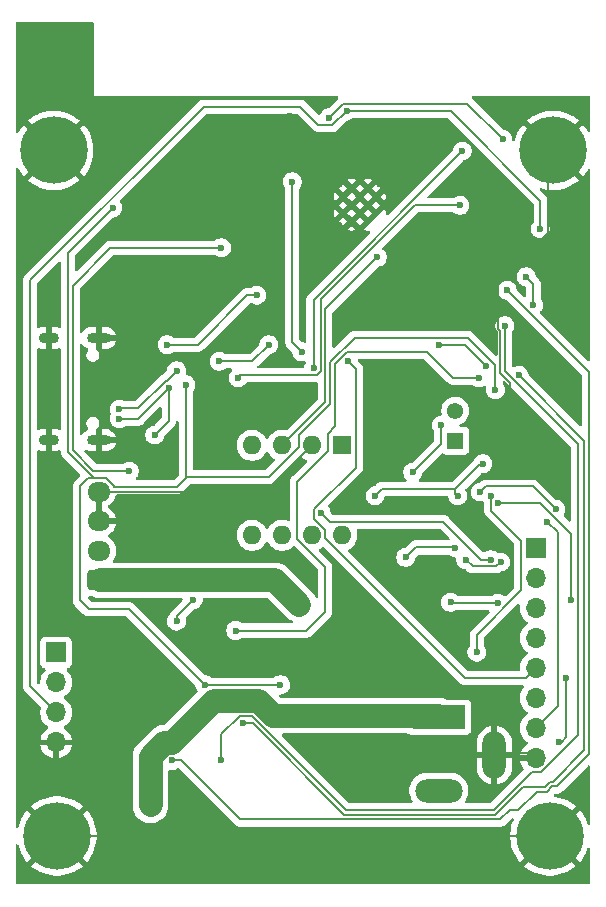
<source format=gbr>
%TF.GenerationSoftware,KiCad,Pcbnew,9.0.0*%
%TF.CreationDate,2025-03-15T13:55:50+00:00*%
%TF.ProjectId,LEDStrip,4c454453-7472-4697-902e-6b696361645f,rev?*%
%TF.SameCoordinates,Original*%
%TF.FileFunction,Copper,L2,Bot*%
%TF.FilePolarity,Positive*%
%FSLAX46Y46*%
G04 Gerber Fmt 4.6, Leading zero omitted, Abs format (unit mm)*
G04 Created by KiCad (PCBNEW 9.0.0) date 2025-03-15 13:55:50*
%MOMM*%
%LPD*%
G01*
G04 APERTURE LIST*
G04 Aperture macros list*
%AMRoundRect*
0 Rectangle with rounded corners*
0 $1 Rounding radius*
0 $2 $3 $4 $5 $6 $7 $8 $9 X,Y pos of 4 corners*
0 Add a 4 corners polygon primitive as box body*
4,1,4,$2,$3,$4,$5,$6,$7,$8,$9,$2,$3,0*
0 Add four circle primitives for the rounded corners*
1,1,$1+$1,$2,$3*
1,1,$1+$1,$4,$5*
1,1,$1+$1,$6,$7*
1,1,$1+$1,$8,$9*
0 Add four rect primitives between the rounded corners*
20,1,$1+$1,$2,$3,$4,$5,0*
20,1,$1+$1,$4,$5,$6,$7,0*
20,1,$1+$1,$6,$7,$8,$9,0*
20,1,$1+$1,$8,$9,$2,$3,0*%
G04 Aperture macros list end*
%TA.AperFunction,ComponentPad*%
%ADD10R,4.500000X2.000000*%
%TD*%
%TA.AperFunction,ComponentPad*%
%ADD11O,4.000000X2.000000*%
%TD*%
%TA.AperFunction,ComponentPad*%
%ADD12O,2.000000X4.000000*%
%TD*%
%TA.AperFunction,ComponentPad*%
%ADD13C,5.700000*%
%TD*%
%TA.AperFunction,ComponentPad*%
%ADD14R,1.600000X1.600000*%
%TD*%
%TA.AperFunction,ComponentPad*%
%ADD15O,1.600000X1.600000*%
%TD*%
%TA.AperFunction,ComponentPad*%
%ADD16O,2.000000X0.900000*%
%TD*%
%TA.AperFunction,ComponentPad*%
%ADD17O,1.700000X0.900000*%
%TD*%
%TA.AperFunction,ComponentPad*%
%ADD18RoundRect,0.250000X0.725000X-0.600000X0.725000X0.600000X-0.725000X0.600000X-0.725000X-0.600000X0*%
%TD*%
%TA.AperFunction,ComponentPad*%
%ADD19O,1.950000X1.700000*%
%TD*%
%TA.AperFunction,ComponentPad*%
%ADD20R,1.700000X1.700000*%
%TD*%
%TA.AperFunction,ComponentPad*%
%ADD21O,1.700000X1.700000*%
%TD*%
%TA.AperFunction,HeatsinkPad*%
%ADD22C,0.600000*%
%TD*%
%TA.AperFunction,ComponentPad*%
%ADD23R,1.378000X1.378000*%
%TD*%
%TA.AperFunction,ComponentPad*%
%ADD24C,1.378000*%
%TD*%
%TA.AperFunction,ViaPad*%
%ADD25C,0.600000*%
%TD*%
%TA.AperFunction,Conductor*%
%ADD26C,0.200000*%
%TD*%
%TA.AperFunction,Conductor*%
%ADD27C,0.150000*%
%TD*%
%TA.AperFunction,Conductor*%
%ADD28C,2.000000*%
%TD*%
%TA.AperFunction,Conductor*%
%ADD29C,1.000000*%
%TD*%
G04 APERTURE END LIST*
D10*
%TO.P,J5,1*%
%TO.N,VCC_12V*%
X161200000Y-115950000D03*
D11*
%TO.P,J5,2*%
%TO.N,unconnected-(J5-Pad2)*%
X161200000Y-122150000D03*
D12*
%TO.P,J5,3*%
%TO.N,GND*%
X165900000Y-119150000D03*
%TD*%
D13*
%TO.P,H3,1,1*%
%TO.N,GND*%
X128600000Y-67950000D03*
%TD*%
D14*
%TO.P,U1,1,VDD*%
%TO.N,VDD_EQ*%
X153000000Y-92925000D03*
D15*
%TO.P,U1,2,VSS*%
%TO.N,GND*%
X150460000Y-92925000D03*
%TO.P,U1,3,OUT*%
%TO.N,EQ_DATA*%
X147920000Y-92925000D03*
%TO.P,U1,4,STROBE*%
%TO.N,EQ_STROBE*%
X145380000Y-92925000D03*
%TO.P,U1,5,IN*%
%TO.N,Net-(U1-IN)*%
X145380000Y-100545000D03*
%TO.P,U1,6,GND*%
%TO.N,Net-(U1-GND)*%
X147920000Y-100545000D03*
%TO.P,U1,7,RESET*%
%TO.N,EQ_RESET*%
X150460000Y-100545000D03*
%TO.P,U1,8,CKIN*%
%TO.N,Net-(U1-CKIN)*%
X153000000Y-100545000D03*
%TD*%
D16*
%TO.P,J1,S1,SHIELD*%
%TO.N,GND*%
X132400000Y-83850000D03*
D17*
X128230000Y-83850000D03*
D16*
X132400000Y-92490000D03*
D17*
X128230000Y-92490000D03*
%TD*%
D18*
%TO.P,J3,1,Pin_1*%
%TO.N,VCC_12V*%
X132400000Y-104350000D03*
D19*
%TO.P,J3,2,Pin_2*%
%TO.N,LED_ADDR*%
X132400000Y-101850000D03*
%TO.P,J3,3,Pin_3*%
%TO.N,GND*%
X132400000Y-99350000D03*
%TO.P,J3,4,Pin_4*%
X132400000Y-96850000D03*
%TD*%
D13*
%TO.P,H4,1,1*%
%TO.N,GND*%
X128875000Y-126000000D03*
%TD*%
D20*
%TO.P,J6,1,Pin_1*%
%TO.N,DISP_SDA*%
X128800000Y-110460000D03*
D21*
%TO.P,J6,2,Pin_2*%
%TO.N,DISP_SCL*%
X128800000Y-113000000D03*
%TO.P,J6,3,Pin_3*%
%TO.N,ESP_3V3*%
X128800000Y-115540000D03*
%TO.P,J6,4,Pin_4*%
%TO.N,GND*%
X128800000Y-118080000D03*
%TD*%
D22*
%TO.P,U2,41,GND*%
%TO.N,GND*%
X153115000Y-71860000D03*
X153115000Y-73260000D03*
X153815000Y-71160000D03*
X153815000Y-72560000D03*
X153815000Y-73960000D03*
X154515000Y-71860000D03*
X154515000Y-73260000D03*
X155215000Y-71160000D03*
X155215000Y-72560000D03*
X155215000Y-73960000D03*
X155915000Y-71860000D03*
X155915000Y-73260000D03*
%TD*%
D23*
%TO.P,MK1,1*%
%TO.N,Net-(C18-Pad2)*%
X162600000Y-92540000D03*
D24*
%TO.P,MK1,2*%
%TO.N,<NO NET>*%
X162600000Y-90000000D03*
%TD*%
D20*
%TO.P,J7,1,Pin_1*%
%TO.N,Net-(J7-Pin_1)*%
X169400000Y-101620000D03*
D21*
%TO.P,J7,2,Pin_2*%
%TO.N,TFT_CS*%
X169400000Y-104160000D03*
%TO.P,J7,3,Pin_3*%
%TO.N,TFT_DC*%
X169400000Y-106700000D03*
%TO.P,J7,4,Pin_4*%
%TO.N,TFT_RST*%
X169400000Y-109240000D03*
%TO.P,J7,5,Pin_5*%
%TO.N,TFT_MOSI*%
X169400000Y-111780000D03*
%TO.P,J7,6,Pin_6*%
%TO.N,TFT_SCLK*%
X169400000Y-114320000D03*
%TO.P,J7,7,Pin_7*%
%TO.N,ESP_3V3*%
X169400000Y-116860000D03*
%TO.P,J7,8,Pin_8*%
%TO.N,GND*%
X169400000Y-119400000D03*
%TD*%
D13*
%TO.P,H2,1,1*%
%TO.N,GND*%
X170600000Y-126000000D03*
%TD*%
%TO.P,H1,1,1*%
%TO.N,GND*%
X170875000Y-67950000D03*
%TD*%
D25*
%TO.N,ESP_3V3*%
X163486893Y-102598892D03*
X169800000Y-74600000D03*
X170400000Y-99400000D03*
X153400000Y-64600000D03*
X166450000Y-102800000D03*
%TO.N,CHIP_PU*%
X135000000Y-95100000D03*
X142800000Y-76200000D03*
%TO.N,GPIO0*%
X144000000Y-108600000D03*
X164600000Y-87200000D03*
%TO.N,Net-(U6-CT)*%
X162600000Y-101600000D03*
X158400000Y-102400000D03*
%TO.N,Net-(U6-MICIN)*%
X172400000Y-106000000D03*
X166200000Y-97800000D03*
%TO.N,MAT_CS*%
X161200000Y-84400000D03*
X165200000Y-86200000D03*
%TO.N,TFT_MOSI*%
X153510000Y-85800000D03*
%TO.N,Net-(J1-CC2)*%
X139000000Y-86600000D03*
X134160000Y-89850000D03*
%TO.N,<NO NET>*%
X140400000Y-106000000D03*
X171400000Y-118000000D03*
X172000000Y-112600000D03*
X159000000Y-95200000D03*
X139000000Y-107800000D03*
X161400000Y-91200000D03*
%TO.N,VCC_5V*%
X133600000Y-72800000D03*
X147800000Y-113200000D03*
X139800000Y-87800000D03*
X166000000Y-88200000D03*
X141400000Y-113200000D03*
%TO.N,RGB_R*%
X166800000Y-82800000D03*
X142800000Y-119600000D03*
%TO.N,Net-(D1-A)*%
X134160000Y-90650000D03*
X138360000Y-88050000D03*
X137160000Y-92050000D03*
%TO.N,D-*%
X138200000Y-84400000D03*
X145800000Y-80200000D03*
%TO.N,D+*%
X146800000Y-84400000D03*
X142600000Y-85800000D03*
%TO.N,RGB_G*%
X167000000Y-79800000D03*
X138600000Y-119600000D03*
%TO.N,RGB_B*%
X168000000Y-87000000D03*
X144600000Y-116450000D03*
%TO.N,GAIN*%
X171127818Y-98350000D03*
X164706587Y-96875000D03*
%TO.N,EQ_DATA*%
X156000000Y-77000000D03*
%TO.N,EQ_STROBE*%
X150600000Y-86400000D03*
X163200000Y-68000000D03*
%TO.N,EQ_RESET*%
X148800000Y-70600000D03*
X149600000Y-85000000D03*
%TO.N,AR*%
X164424265Y-110424265D03*
X165649941Y-97195529D03*
%TO.N,AUDIO*%
X151259396Y-98692074D03*
X165600000Y-102600000D03*
%TO.N,LED_ADDR*%
X144200000Y-87200000D03*
X163000000Y-72600000D03*
%TO.N,CMD_BTN*%
X166600000Y-67000000D03*
X151900000Y-65175000D03*
%TO.N,Net-(U6-TH)*%
X162200000Y-106200000D03*
X166200773Y-106270459D03*
%TO.N,Net-(U6-MICBIAS)*%
X164932559Y-94475000D03*
X155800000Y-97200000D03*
X162800000Y-97200000D03*
%TO.N,VCC_12V*%
X137000000Y-123345534D03*
X149400000Y-106400000D03*
%TO.N,Net-(R11-Pad1)*%
X168615000Y-78650000D03*
X169215000Y-81050000D03*
%TO.N,GND*%
X151200000Y-67400000D03*
X148600000Y-65000000D03*
X167200000Y-92200000D03*
%TD*%
D26*
%TO.N,ESP_3V3*%
X128800000Y-115540000D02*
X126600000Y-113340000D01*
X149463529Y-64250000D02*
X151013529Y-65800000D01*
D27*
X166075000Y-103175000D02*
X166450000Y-102800000D01*
X163486893Y-102598892D02*
X164063001Y-103175000D01*
D26*
X126600000Y-113340000D02*
X126600000Y-78951471D01*
X171300000Y-100300000D02*
X171300000Y-114960000D01*
X141301471Y-64250000D02*
X149463529Y-64250000D01*
X171300000Y-114960000D02*
X169400000Y-116860000D01*
D27*
X164063001Y-103175000D02*
X166075000Y-103175000D01*
X162200000Y-64600000D02*
X153400000Y-64600000D01*
D26*
X151013529Y-65800000D02*
X152200000Y-65800000D01*
X126600000Y-78951471D02*
X141301471Y-64250000D01*
X170400000Y-99400000D02*
X171300000Y-100300000D01*
D27*
X169800000Y-72200000D02*
X162200000Y-64600000D01*
X169800000Y-74600000D02*
X169800000Y-72200000D01*
D26*
X152200000Y-65800000D02*
X153400000Y-64600000D01*
%TO.N,CHIP_PU*%
X130200000Y-79400000D02*
X133400000Y-76200000D01*
X130200000Y-93334314D02*
X130200000Y-79400000D01*
X135000000Y-95100000D02*
X131965686Y-95100000D01*
X131965686Y-95100000D02*
X130200000Y-93334314D01*
X133400000Y-76200000D02*
X142800000Y-76200000D01*
%TO.N,GPIO0*%
X162400000Y-87200000D02*
X160200000Y-85000000D01*
X153461471Y-85000000D02*
X152400000Y-86061471D01*
X150000000Y-108600000D02*
X144000000Y-108600000D01*
X149200000Y-96000000D02*
X149200000Y-100840635D01*
X149200000Y-100840635D02*
X151600000Y-103240635D01*
X151800000Y-93400000D02*
X149200000Y-96000000D01*
X151600000Y-103240635D02*
X151600000Y-107000000D01*
X151800000Y-91925000D02*
X151800000Y-93400000D01*
X152400000Y-91325000D02*
X151800000Y-91925000D01*
X160200000Y-85000000D02*
X153461471Y-85000000D01*
X164600000Y-87200000D02*
X162400000Y-87200000D01*
X152400000Y-86061471D02*
X152400000Y-91325000D01*
X151600000Y-107000000D02*
X150000000Y-108600000D01*
%TO.N,Net-(U6-CT)*%
X158400000Y-102400000D02*
X159233732Y-101566268D01*
X159233732Y-101566268D02*
X162566268Y-101566268D01*
X162566268Y-101566268D02*
X162600000Y-101600000D01*
%TO.N,Net-(U6-MICIN)*%
X169800000Y-97800000D02*
X166200000Y-97800000D01*
X169800000Y-97800000D02*
X172400000Y-100400000D01*
X172400000Y-100400000D02*
X172400000Y-106000000D01*
%TO.N,MAT_CS*%
X163400000Y-84400000D02*
X161200000Y-84400000D01*
X165200000Y-86200000D02*
X163400000Y-84400000D01*
%TO.N,TFT_MOSI*%
X150659396Y-99188761D02*
X150659396Y-98340604D01*
X169400000Y-111780000D02*
X168550000Y-112630000D01*
X154200000Y-94800000D02*
X154200000Y-86490000D01*
X150659396Y-98340604D02*
X154200000Y-94800000D01*
X168550000Y-112630000D02*
X163430000Y-112630000D01*
X151560000Y-100760000D02*
X151560000Y-100089365D01*
X163430000Y-112630000D02*
X151560000Y-100760000D01*
X154200000Y-86490000D02*
X153510000Y-85800000D01*
X151560000Y-100089365D02*
X150659396Y-99188761D01*
%TO.N,Net-(J1-CC2)*%
X134210000Y-89800000D02*
X134160000Y-89850000D01*
X138150000Y-87450000D02*
X138111471Y-87450000D01*
X138111471Y-87450000D02*
X135761471Y-89800000D01*
X135761471Y-89800000D02*
X134210000Y-89800000D01*
X139000000Y-86600000D02*
X138150000Y-87450000D01*
%TO.N,<NO NET>*%
X140400000Y-106000000D02*
X139000000Y-107400000D01*
X161400000Y-91200000D02*
X161400000Y-92800000D01*
X171600000Y-118000000D02*
X171400000Y-118000000D01*
X171400000Y-118200000D02*
X171400000Y-118200000D01*
X172000000Y-117600000D02*
X171600000Y-118000000D01*
X171400000Y-118000000D02*
X171400000Y-118200000D01*
X172000000Y-112600000D02*
X172000000Y-117600000D01*
X139000000Y-107400000D02*
X139000000Y-107800000D01*
X161400000Y-92800000D02*
X159000000Y-95200000D01*
%TO.N,VCC_5V*%
X146800000Y-95600000D02*
X139900000Y-95600000D01*
X131500000Y-95700000D02*
X133001346Y-95700000D01*
X131592244Y-106800000D02*
X130800000Y-106007756D01*
X139800000Y-87800000D02*
X139800000Y-95700000D01*
X152000000Y-89410685D02*
X149360000Y-92050686D01*
X130800000Y-106007756D02*
X130800000Y-96400000D01*
X129800000Y-93500000D02*
X129800000Y-76600000D01*
X163648529Y-83800000D02*
X154095785Y-83800000D01*
X147800000Y-113200000D02*
X141400000Y-113200000D01*
X130800000Y-96400000D02*
X131500000Y-95700000D01*
X139800000Y-95700000D02*
X139900000Y-95600000D01*
X133675000Y-96373654D02*
X133675000Y-96450000D01*
X166000000Y-86151471D02*
X163648529Y-83800000D01*
X166000000Y-88200000D02*
X166000000Y-86151471D01*
X152000000Y-85895785D02*
X152000000Y-89410685D01*
X149360000Y-92050686D02*
X149360000Y-93040000D01*
X141400000Y-113200000D02*
X135000000Y-106800000D01*
X129800000Y-76600000D02*
X133600000Y-72800000D01*
X133001346Y-95700000D02*
X133675000Y-96373654D01*
X132000000Y-95700000D02*
X129800000Y-93500000D01*
X139050000Y-96450000D02*
X139800000Y-95700000D01*
X135000000Y-106800000D02*
X131592244Y-106800000D01*
X133675000Y-96450000D02*
X139050000Y-96450000D01*
X154095785Y-83800000D02*
X152000000Y-85895785D01*
X149360000Y-93040000D02*
X146800000Y-95600000D01*
%TO.N,RGB_R*%
X145415686Y-115850000D02*
X153365686Y-123800000D01*
X144351471Y-115850000D02*
X145415686Y-115850000D01*
X142800000Y-117401471D02*
X144351471Y-115850000D01*
X173000000Y-117426346D02*
X173000000Y-92848529D01*
X173000000Y-92848529D02*
X166800000Y-86648529D01*
X165834314Y-123800000D02*
X169084314Y-120550000D01*
X166800000Y-86648529D02*
X166800000Y-82800000D01*
X153365686Y-123800000D02*
X165834314Y-123800000D01*
X142800000Y-119600000D02*
X142800000Y-117401471D01*
X169876346Y-120550000D02*
X173000000Y-117426346D01*
X169084314Y-120550000D02*
X169876346Y-120550000D01*
%TO.N,Net-(D1-A)*%
X138360000Y-90850000D02*
X138360000Y-88050000D01*
X134160000Y-90650000D02*
X135760000Y-90650000D01*
X137160000Y-92050000D02*
X138360000Y-90850000D01*
X135760000Y-90650000D02*
X138360000Y-88050000D01*
%TO.N,D-*%
X140800000Y-84400000D02*
X138200000Y-84400000D01*
X145800000Y-80200000D02*
X145000000Y-80200000D01*
X145000000Y-80200000D02*
X140800000Y-84400000D01*
%TO.N,D+*%
X142600000Y-85800000D02*
X145400000Y-85800000D01*
X145400000Y-85800000D02*
X146800000Y-84400000D01*
%TO.N,RGB_G*%
X169495227Y-122250000D02*
X170350000Y-122250000D01*
X166400000Y-124600000D02*
X167200000Y-123800000D01*
X173927500Y-119072500D02*
X173927500Y-86727500D01*
X144400000Y-124600000D02*
X166400000Y-124600000D01*
X167200000Y-123800000D02*
X167945227Y-123800000D01*
X170350000Y-122250000D02*
X170800000Y-121800000D01*
X173927500Y-86727500D02*
X167000000Y-79800000D01*
X171200000Y-121800000D02*
X173927500Y-119072500D01*
X139400000Y-119600000D02*
X144400000Y-124600000D01*
X138600000Y-119600000D02*
X139400000Y-119600000D01*
X170800000Y-121800000D02*
X171200000Y-121800000D01*
X167945227Y-123800000D02*
X169495227Y-122250000D01*
%TO.N,RGB_B*%
X168350000Y-121850000D02*
X170184314Y-121850000D01*
X170184314Y-121850000D02*
X170634314Y-121400000D01*
X170855000Y-121400000D02*
X173527500Y-118727500D01*
X144600000Y-116450000D02*
X145450000Y-116450000D01*
X166000000Y-124200000D02*
X168350000Y-121850000D01*
X145450000Y-116450000D02*
X153200000Y-124200000D01*
X173527500Y-118727500D02*
X173527500Y-92527500D01*
X173527500Y-92527500D02*
X168000000Y-87000000D01*
X153200000Y-124200000D02*
X166000000Y-124200000D01*
X170634314Y-121400000D02*
X170855000Y-121400000D01*
D27*
%TO.N,GAIN*%
X171127818Y-98350000D02*
X169177818Y-96400000D01*
X165181587Y-96400000D02*
X164706587Y-96875000D01*
X169177818Y-96400000D02*
X165181587Y-96400000D01*
D26*
%TO.N,EQ_DATA*%
X151600000Y-89245000D02*
X147965000Y-92880000D01*
X151600000Y-81400000D02*
X151600000Y-89245000D01*
X147965000Y-92880000D02*
X147920000Y-92880000D01*
X156000000Y-77000000D02*
X151600000Y-81400000D01*
%TO.N,EQ_STROBE*%
X150600000Y-86400000D02*
X150600000Y-80600000D01*
X150600000Y-80600000D02*
X163200000Y-68000000D01*
%TO.N,EQ_RESET*%
X148800000Y-84200000D02*
X149600000Y-85000000D01*
X148800000Y-70600000D02*
X148800000Y-84200000D01*
%TO.N,AR*%
X164424265Y-108975735D02*
X164424265Y-110424265D01*
X165649941Y-98449941D02*
X168200000Y-101000000D01*
X168200000Y-105200000D02*
X164424265Y-108975735D01*
X165649941Y-97195529D02*
X165649941Y-98449941D01*
X168200000Y-101000000D02*
X168200000Y-105200000D01*
%TO.N,AUDIO*%
X165600000Y-102600000D02*
X164800000Y-102600000D01*
X151967322Y-99400000D02*
X151259396Y-98692074D01*
X161600000Y-99400000D02*
X151967322Y-99400000D01*
X164800000Y-102600000D02*
X161600000Y-99400000D01*
%TO.N,LED_ADDR*%
X144400000Y-87000000D02*
X150848529Y-87000000D01*
X144200000Y-87200000D02*
X144400000Y-87000000D01*
X151200000Y-80565686D02*
X159165686Y-72600000D01*
X150848529Y-87000000D02*
X151200000Y-86648529D01*
X151200000Y-86648529D02*
X151200000Y-80565686D01*
X159165686Y-72600000D02*
X163000000Y-72600000D01*
%TO.N,CMD_BTN*%
X151900000Y-65175000D02*
X153075000Y-64000000D01*
X153075000Y-64000000D02*
X163600000Y-64000000D01*
X163600000Y-64000000D02*
X166600000Y-67000000D01*
%TO.N,Net-(U6-TH)*%
X162270459Y-106270459D02*
X166200773Y-106270459D01*
D27*
X162200000Y-106200000D02*
X162270459Y-106270459D01*
D26*
%TO.N,Net-(U6-MICBIAS)*%
X156400000Y-96600000D02*
X162600000Y-96600000D01*
X164725000Y-94475000D02*
X164932559Y-94475000D01*
X155800000Y-97200000D02*
X156400000Y-96600000D01*
X162600000Y-96600000D02*
X164725000Y-94475000D01*
X162600000Y-97000000D02*
X162600000Y-96600000D01*
X162800000Y-97200000D02*
X162600000Y-97000000D01*
D28*
%TO.N,VCC_12V*%
X147204164Y-115800000D02*
X161200000Y-115800000D01*
X137978679Y-118100000D02*
X138600000Y-118100000D01*
D29*
X137000000Y-123345534D02*
X136854466Y-123345534D01*
X136854466Y-123345534D02*
X136800000Y-123400000D01*
D28*
X142150000Y-114550000D02*
X145954164Y-114550000D01*
X149400000Y-106400000D02*
X147350000Y-104350000D01*
X136800000Y-119278679D02*
X137978679Y-118100000D01*
X147350000Y-104350000D02*
X132532500Y-104350000D01*
X145954164Y-114550000D02*
X147204164Y-115800000D01*
X136800000Y-123400000D02*
X136800000Y-119278679D01*
X138600000Y-118100000D02*
X142150000Y-114550000D01*
D26*
%TO.N,Net-(R11-Pad1)*%
X169215000Y-79250000D02*
X169215000Y-81050000D01*
X168615000Y-78650000D02*
X169215000Y-79250000D01*
%TO.N,GND*%
X167200000Y-92200000D02*
X167200000Y-87614214D01*
X150460000Y-92925000D02*
X146535000Y-96850000D01*
X166400000Y-83248529D02*
X166200000Y-83048529D01*
X148600000Y-65000000D02*
X151000000Y-67400000D01*
X166200000Y-83048529D02*
X166200000Y-79200000D01*
X170800000Y-126000000D02*
X170800000Y-125400000D01*
X166200000Y-79200000D02*
X170415000Y-74985000D01*
X165900000Y-119000000D02*
X169000000Y-119000000D01*
X169000000Y-119000000D02*
X169400000Y-119400000D01*
X128875000Y-126000000D02*
X170800000Y-126000000D01*
X167200000Y-87614214D02*
X166400000Y-86814214D01*
X151000000Y-67400000D02*
X151200000Y-67400000D01*
X146535000Y-96850000D02*
X132532500Y-96850000D01*
X170415000Y-74985000D02*
X170415000Y-67950000D01*
X166400000Y-86814214D02*
X166400000Y-83248529D01*
%TD*%
%TA.AperFunction,Conductor*%
%TO.N,GND*%
G36*
X131958039Y-57120185D02*
G01*
X132003794Y-57172989D01*
X132015000Y-57224500D01*
X132015000Y-63350000D01*
X152576402Y-63350000D01*
X152643441Y-63369685D01*
X152689196Y-63422489D01*
X152699140Y-63491647D01*
X152670115Y-63555203D01*
X152664083Y-63561681D01*
X151885339Y-64340425D01*
X151824016Y-64373910D01*
X151821850Y-64374361D01*
X151666508Y-64405261D01*
X151666498Y-64405264D01*
X151520827Y-64465602D01*
X151520814Y-64465609D01*
X151389711Y-64553210D01*
X151389707Y-64553213D01*
X151278213Y-64664707D01*
X151278210Y-64664711D01*
X151190609Y-64795814D01*
X151190604Y-64795823D01*
X151164377Y-64859143D01*
X151120536Y-64913546D01*
X151054242Y-64935611D01*
X150986543Y-64918332D01*
X150962135Y-64899371D01*
X149951119Y-63888355D01*
X149951117Y-63888352D01*
X149832246Y-63769481D01*
X149832245Y-63769480D01*
X149745433Y-63719360D01*
X149745433Y-63719359D01*
X149745429Y-63719358D01*
X149695314Y-63690423D01*
X149542586Y-63649499D01*
X149384472Y-63649499D01*
X149376876Y-63649499D01*
X149376860Y-63649500D01*
X141388141Y-63649500D01*
X141388125Y-63649499D01*
X141380529Y-63649499D01*
X141222414Y-63649499D01*
X141146050Y-63669961D01*
X141069685Y-63690423D01*
X141069680Y-63690426D01*
X140932761Y-63769475D01*
X140932753Y-63769481D01*
X126119481Y-78582753D01*
X126119480Y-78582755D01*
X126080945Y-78649500D01*
X126040423Y-78719686D01*
X125999499Y-78872414D01*
X125999499Y-78872416D01*
X125999499Y-79040517D01*
X125999500Y-79040530D01*
X125999500Y-113253330D01*
X125999499Y-113253348D01*
X125999499Y-113419054D01*
X125999498Y-113419054D01*
X126003368Y-113433497D01*
X126040423Y-113571785D01*
X126040424Y-113571786D01*
X126044690Y-113579177D01*
X126044692Y-113579179D01*
X126119477Y-113708712D01*
X126119481Y-113708717D01*
X126238349Y-113827585D01*
X126238355Y-113827590D01*
X127466241Y-115055476D01*
X127499726Y-115116799D01*
X127496492Y-115181473D01*
X127482753Y-115223757D01*
X127449500Y-115433713D01*
X127449500Y-115646287D01*
X127482754Y-115856243D01*
X127545872Y-116050500D01*
X127548444Y-116058414D01*
X127644951Y-116247820D01*
X127769890Y-116419786D01*
X127920213Y-116570109D01*
X128092179Y-116695048D01*
X128092181Y-116695049D01*
X128092184Y-116695051D01*
X128101493Y-116699794D01*
X128152290Y-116747766D01*
X128169087Y-116815587D01*
X128146552Y-116881722D01*
X128101502Y-116920762D01*
X128092443Y-116925378D01*
X127920540Y-117050272D01*
X127920535Y-117050276D01*
X127770276Y-117200535D01*
X127770272Y-117200540D01*
X127645379Y-117372442D01*
X127548904Y-117561782D01*
X127483242Y-117763870D01*
X127483242Y-117763873D01*
X127472769Y-117830000D01*
X128366988Y-117830000D01*
X128334075Y-117887007D01*
X128300000Y-118014174D01*
X128300000Y-118145826D01*
X128334075Y-118272993D01*
X128366988Y-118330000D01*
X127472769Y-118330000D01*
X127483242Y-118396126D01*
X127483242Y-118396129D01*
X127548904Y-118598217D01*
X127645379Y-118787557D01*
X127770272Y-118959459D01*
X127770276Y-118959464D01*
X127920535Y-119109723D01*
X127920540Y-119109727D01*
X128092442Y-119234620D01*
X128281782Y-119331095D01*
X128483871Y-119396757D01*
X128550000Y-119407231D01*
X128550000Y-118513012D01*
X128607007Y-118545925D01*
X128734174Y-118580000D01*
X128865826Y-118580000D01*
X128992993Y-118545925D01*
X129050000Y-118513012D01*
X129050000Y-119407230D01*
X129116126Y-119396757D01*
X129116129Y-119396757D01*
X129318217Y-119331095D01*
X129507557Y-119234620D01*
X129679459Y-119109727D01*
X129679464Y-119109723D01*
X129829723Y-118959464D01*
X129829727Y-118959459D01*
X129954620Y-118787557D01*
X130051095Y-118598217D01*
X130116757Y-118396129D01*
X130116757Y-118396126D01*
X130127231Y-118330000D01*
X129233012Y-118330000D01*
X129265925Y-118272993D01*
X129300000Y-118145826D01*
X129300000Y-118014174D01*
X129265925Y-117887007D01*
X129233012Y-117830000D01*
X130127231Y-117830000D01*
X130116757Y-117763873D01*
X130116757Y-117763870D01*
X130051095Y-117561782D01*
X129954620Y-117372442D01*
X129829727Y-117200540D01*
X129829723Y-117200535D01*
X129679464Y-117050276D01*
X129679459Y-117050272D01*
X129507555Y-116925377D01*
X129498500Y-116920763D01*
X129447706Y-116872788D01*
X129430912Y-116804966D01*
X129453451Y-116738832D01*
X129498508Y-116699793D01*
X129507816Y-116695051D01*
X129639332Y-116599500D01*
X129679786Y-116570109D01*
X129679788Y-116570106D01*
X129679792Y-116570104D01*
X129830104Y-116419792D01*
X129830106Y-116419788D01*
X129830109Y-116419786D01*
X129955048Y-116247820D01*
X129955047Y-116247820D01*
X129955051Y-116247816D01*
X130051557Y-116058412D01*
X130117246Y-115856243D01*
X130150500Y-115646287D01*
X130150500Y-115433713D01*
X130117246Y-115223757D01*
X130051557Y-115021588D01*
X129955051Y-114832184D01*
X129955049Y-114832181D01*
X129955048Y-114832179D01*
X129830109Y-114660213D01*
X129679786Y-114509890D01*
X129507820Y-114384951D01*
X129507115Y-114384591D01*
X129499054Y-114380485D01*
X129448259Y-114332512D01*
X129431463Y-114264692D01*
X129453999Y-114198556D01*
X129499054Y-114159515D01*
X129507816Y-114155051D01*
X129609511Y-114081166D01*
X129679786Y-114030109D01*
X129679788Y-114030106D01*
X129679792Y-114030104D01*
X129830104Y-113879792D01*
X129830106Y-113879788D01*
X129830109Y-113879786D01*
X129955048Y-113707820D01*
X129955047Y-113707820D01*
X129955051Y-113707816D01*
X130051557Y-113518412D01*
X130117246Y-113316243D01*
X130150500Y-113106287D01*
X130150500Y-112893713D01*
X130117246Y-112683757D01*
X130051557Y-112481588D01*
X129955051Y-112292184D01*
X129955049Y-112292181D01*
X129955048Y-112292179D01*
X129830109Y-112120213D01*
X129716569Y-112006673D01*
X129683084Y-111945350D01*
X129688068Y-111875658D01*
X129729940Y-111819725D01*
X129760915Y-111802810D01*
X129892331Y-111753796D01*
X130007546Y-111667546D01*
X130093796Y-111552331D01*
X130144091Y-111417483D01*
X130150500Y-111357873D01*
X130150499Y-109562128D01*
X130144091Y-109502517D01*
X130094567Y-109369737D01*
X130093797Y-109367671D01*
X130093793Y-109367664D01*
X130007547Y-109252455D01*
X130007544Y-109252452D01*
X129892335Y-109166206D01*
X129892328Y-109166202D01*
X129757482Y-109115908D01*
X129757483Y-109115908D01*
X129697883Y-109109501D01*
X129697881Y-109109500D01*
X129697873Y-109109500D01*
X129697864Y-109109500D01*
X127902129Y-109109500D01*
X127902123Y-109109501D01*
X127842516Y-109115908D01*
X127707671Y-109166202D01*
X127707664Y-109166206D01*
X127592455Y-109252452D01*
X127592452Y-109252455D01*
X127506206Y-109367664D01*
X127506202Y-109367671D01*
X127455908Y-109502517D01*
X127449501Y-109562116D01*
X127449501Y-109562123D01*
X127449500Y-109562135D01*
X127449500Y-111357870D01*
X127449501Y-111357876D01*
X127455908Y-111417483D01*
X127506202Y-111552328D01*
X127506206Y-111552335D01*
X127592452Y-111667544D01*
X127592455Y-111667547D01*
X127707664Y-111753793D01*
X127707671Y-111753797D01*
X127839082Y-111802810D01*
X127895016Y-111844681D01*
X127919433Y-111910145D01*
X127904582Y-111978418D01*
X127883431Y-112006673D01*
X127769889Y-112120215D01*
X127644951Y-112292179D01*
X127548444Y-112481585D01*
X127482753Y-112683760D01*
X127449500Y-112893713D01*
X127449500Y-113040903D01*
X127443261Y-113062148D01*
X127441682Y-113084237D01*
X127433609Y-113095020D01*
X127429815Y-113107942D01*
X127413081Y-113122441D01*
X127399810Y-113140170D01*
X127387189Y-113144877D01*
X127377011Y-113153697D01*
X127355093Y-113156848D01*
X127334346Y-113164587D01*
X127321185Y-113161724D01*
X127307853Y-113163641D01*
X127287709Y-113154441D01*
X127266073Y-113149735D01*
X127248347Y-113136466D01*
X127244297Y-113134616D01*
X127237819Y-113128584D01*
X127236819Y-113127584D01*
X127203334Y-113066261D01*
X127200500Y-113039903D01*
X127200500Y-93442812D01*
X127220185Y-93375773D01*
X127272989Y-93330018D01*
X127342147Y-93320074D01*
X127373977Y-93330515D01*
X127374378Y-93329548D01*
X127552894Y-93403491D01*
X127552902Y-93403493D01*
X127736428Y-93439999D01*
X127736431Y-93440000D01*
X127980000Y-93440000D01*
X127980000Y-92790000D01*
X128480000Y-92790000D01*
X128480000Y-93440000D01*
X128723569Y-93440000D01*
X128723571Y-93439999D01*
X128907097Y-93403493D01*
X128907105Y-93403491D01*
X129028046Y-93353396D01*
X129097515Y-93345927D01*
X129159995Y-93377202D01*
X129195647Y-93437291D01*
X129199499Y-93467957D01*
X129199499Y-93579054D01*
X129199498Y-93579054D01*
X129240423Y-93731785D01*
X129269358Y-93781900D01*
X129269359Y-93781904D01*
X129269360Y-93781904D01*
X129297446Y-93830552D01*
X129319479Y-93868714D01*
X129319481Y-93868717D01*
X129438349Y-93987585D01*
X129438355Y-93987590D01*
X130813083Y-95362318D01*
X130846568Y-95423641D01*
X130841584Y-95493333D01*
X130813083Y-95537680D01*
X130434669Y-95916094D01*
X130434662Y-95916101D01*
X130431286Y-95919478D01*
X130431284Y-95919480D01*
X130319480Y-96031284D01*
X130291054Y-96080520D01*
X130285314Y-96090462D01*
X130241928Y-96165609D01*
X130240423Y-96168215D01*
X130199499Y-96320943D01*
X130199499Y-96320945D01*
X130199499Y-96489046D01*
X130199500Y-96489059D01*
X130199500Y-105921086D01*
X130199499Y-105921104D01*
X130199499Y-106086810D01*
X130199498Y-106086810D01*
X130238804Y-106233501D01*
X130240423Y-106239541D01*
X130261338Y-106275766D01*
X130286576Y-106319480D01*
X130319479Y-106376470D01*
X130319481Y-106376473D01*
X130438349Y-106495341D01*
X130438355Y-106495346D01*
X131107383Y-107164374D01*
X131107393Y-107164385D01*
X131111723Y-107168715D01*
X131111724Y-107168716D01*
X131223528Y-107280520D01*
X131310339Y-107330639D01*
X131310341Y-107330641D01*
X131360457Y-107359576D01*
X131360459Y-107359577D01*
X131513186Y-107400500D01*
X131513187Y-107400500D01*
X134699903Y-107400500D01*
X134766942Y-107420185D01*
X134787584Y-107436819D01*
X140565425Y-113214660D01*
X140598910Y-113275983D01*
X140599361Y-113278149D01*
X140630261Y-113433491D01*
X140630264Y-113433501D01*
X140690602Y-113579172D01*
X140690609Y-113579184D01*
X140757511Y-113679309D01*
X140778389Y-113745986D01*
X140759905Y-113813366D01*
X140742090Y-113835881D01*
X138014792Y-116563181D01*
X137953469Y-116596666D01*
X137927111Y-116599500D01*
X137860582Y-116599500D01*
X137627310Y-116636446D01*
X137402682Y-116709433D01*
X137192242Y-116816659D01*
X137001175Y-116955476D01*
X137001170Y-116955480D01*
X135655485Y-118301166D01*
X135655484Y-118301167D01*
X135516655Y-118492246D01*
X135423035Y-118675990D01*
X135409433Y-118702685D01*
X135336446Y-118927310D01*
X135299500Y-119160581D01*
X135299500Y-123518097D01*
X135336446Y-123751368D01*
X135409433Y-123975996D01*
X135507628Y-124168713D01*
X135516657Y-124186433D01*
X135655483Y-124377510D01*
X135822490Y-124544517D01*
X136013567Y-124683343D01*
X136112991Y-124734002D01*
X136224003Y-124790566D01*
X136224005Y-124790566D01*
X136224008Y-124790568D01*
X136344412Y-124829689D01*
X136448631Y-124863553D01*
X136681903Y-124900500D01*
X136681908Y-124900500D01*
X136918097Y-124900500D01*
X137151368Y-124863553D01*
X137375992Y-124790568D01*
X137586433Y-124683343D01*
X137777510Y-124544517D01*
X137944517Y-124377510D01*
X138083343Y-124186433D01*
X138190568Y-123975992D01*
X138263553Y-123751368D01*
X138300500Y-123518097D01*
X138300500Y-120507702D01*
X138320185Y-120440663D01*
X138372989Y-120394908D01*
X138442147Y-120384964D01*
X138448667Y-120386080D01*
X138505435Y-120397372D01*
X138521157Y-120400500D01*
X138521158Y-120400500D01*
X138678844Y-120400500D01*
X138678845Y-120400499D01*
X138833497Y-120369737D01*
X138979179Y-120309394D01*
X139063002Y-120253384D01*
X139129676Y-120232508D01*
X139197057Y-120250992D01*
X139219572Y-120268807D01*
X143915139Y-124964374D01*
X143915149Y-124964385D01*
X143919479Y-124968715D01*
X143919480Y-124968716D01*
X144031284Y-125080520D01*
X144118095Y-125130639D01*
X144118097Y-125130641D01*
X144156151Y-125152611D01*
X144168215Y-125159577D01*
X144320943Y-125200501D01*
X144320946Y-125200501D01*
X144486653Y-125200501D01*
X144486669Y-125200500D01*
X166313331Y-125200500D01*
X166313347Y-125200501D01*
X166320943Y-125200501D01*
X166479054Y-125200501D01*
X166479057Y-125200501D01*
X166631785Y-125159577D01*
X166681904Y-125130639D01*
X166768716Y-125080520D01*
X166880520Y-124968716D01*
X166880520Y-124968714D01*
X166890728Y-124958507D01*
X166890729Y-124958504D01*
X167328504Y-124520730D01*
X167389826Y-124487246D01*
X167459518Y-124492230D01*
X167515451Y-124534102D01*
X167539868Y-124599566D01*
X167530745Y-124655864D01*
X167442027Y-124870049D01*
X167346475Y-125185038D01*
X167346474Y-125185043D01*
X167282261Y-125507860D01*
X167250000Y-125835428D01*
X167250000Y-126164571D01*
X167282261Y-126492139D01*
X167346474Y-126814956D01*
X167346475Y-126814961D01*
X167442025Y-127129946D01*
X167567985Y-127434039D01*
X167567987Y-127434044D01*
X167723137Y-127724309D01*
X167723148Y-127724327D01*
X167906007Y-127997995D01*
X167906010Y-127997999D01*
X168060364Y-128186081D01*
X168060365Y-128186081D01*
X169305747Y-126940698D01*
X169379588Y-127042330D01*
X169557670Y-127220412D01*
X169659300Y-127294251D01*
X168413917Y-128539633D01*
X168413917Y-128539634D01*
X168602000Y-128693989D01*
X168602004Y-128693992D01*
X168875672Y-128876851D01*
X168875690Y-128876862D01*
X169165955Y-129032012D01*
X169165960Y-129032014D01*
X169470053Y-129157974D01*
X169785038Y-129253524D01*
X169785043Y-129253525D01*
X170107860Y-129317738D01*
X170435428Y-129350000D01*
X170764572Y-129350000D01*
X171092139Y-129317738D01*
X171414956Y-129253525D01*
X171414961Y-129253524D01*
X171729946Y-129157974D01*
X172034039Y-129032014D01*
X172034044Y-129032012D01*
X172324309Y-128876862D01*
X172324327Y-128876851D01*
X172598004Y-128693986D01*
X172786081Y-128539635D01*
X172786082Y-128539634D01*
X171540698Y-127294251D01*
X171642330Y-127220412D01*
X171820412Y-127042330D01*
X171894251Y-126940699D01*
X173139634Y-128186082D01*
X173139635Y-128186081D01*
X173293986Y-127998004D01*
X173476851Y-127724327D01*
X173476862Y-127724309D01*
X173632012Y-127434044D01*
X173632014Y-127434039D01*
X173757975Y-127129943D01*
X173784339Y-127043034D01*
X173822637Y-126984595D01*
X173886449Y-126956139D01*
X173955516Y-126966699D01*
X174007910Y-127012923D01*
X174027000Y-127079029D01*
X174027000Y-129955500D01*
X174007315Y-130022539D01*
X173954511Y-130068294D01*
X173903000Y-130079500D01*
X125497000Y-130079500D01*
X125429961Y-130059815D01*
X125384206Y-130007011D01*
X125373000Y-129955500D01*
X125373000Y-126824782D01*
X125392685Y-126757743D01*
X125445489Y-126711988D01*
X125514647Y-126702044D01*
X125578203Y-126731069D01*
X125615977Y-126789847D01*
X125618618Y-126800592D01*
X125621477Y-126814967D01*
X125717025Y-127129946D01*
X125842985Y-127434039D01*
X125842987Y-127434044D01*
X125998137Y-127724309D01*
X125998148Y-127724327D01*
X126181007Y-127997995D01*
X126181010Y-127997999D01*
X126335364Y-128186081D01*
X126335365Y-128186081D01*
X127580748Y-126940698D01*
X127654588Y-127042330D01*
X127832670Y-127220412D01*
X127934300Y-127294251D01*
X126688917Y-128539633D01*
X126688917Y-128539634D01*
X126877000Y-128693989D01*
X126877004Y-128693992D01*
X127150672Y-128876851D01*
X127150690Y-128876862D01*
X127440955Y-129032012D01*
X127440960Y-129032014D01*
X127745053Y-129157974D01*
X128060038Y-129253524D01*
X128060043Y-129253525D01*
X128382860Y-129317738D01*
X128710428Y-129350000D01*
X129039572Y-129350000D01*
X129367139Y-129317738D01*
X129689956Y-129253525D01*
X129689961Y-129253524D01*
X130004946Y-129157974D01*
X130309039Y-129032014D01*
X130309044Y-129032012D01*
X130599309Y-128876862D01*
X130599327Y-128876851D01*
X130873004Y-128693986D01*
X131061081Y-128539635D01*
X131061082Y-128539634D01*
X129815698Y-127294251D01*
X129917330Y-127220412D01*
X130095412Y-127042330D01*
X130169251Y-126940699D01*
X131414634Y-128186082D01*
X131414635Y-128186081D01*
X131568986Y-127998004D01*
X131751851Y-127724327D01*
X131751862Y-127724309D01*
X131907012Y-127434044D01*
X131907014Y-127434039D01*
X132032974Y-127129946D01*
X132128524Y-126814961D01*
X132128525Y-126814956D01*
X132192738Y-126492139D01*
X132225000Y-126164571D01*
X132225000Y-125835428D01*
X132192738Y-125507860D01*
X132128525Y-125185043D01*
X132128524Y-125185038D01*
X132032974Y-124870053D01*
X131907014Y-124565960D01*
X131907012Y-124565955D01*
X131751862Y-124275690D01*
X131751851Y-124275672D01*
X131568992Y-124002004D01*
X131568989Y-124002000D01*
X131414634Y-123813917D01*
X131414633Y-123813917D01*
X130169250Y-125059300D01*
X130095412Y-124957670D01*
X129917330Y-124779588D01*
X129815697Y-124705747D01*
X131061081Y-123460365D01*
X131061081Y-123460364D01*
X130872999Y-123306010D01*
X130872995Y-123306007D01*
X130599327Y-123123148D01*
X130599309Y-123123137D01*
X130309044Y-122967987D01*
X130309039Y-122967985D01*
X130004946Y-122842025D01*
X129689961Y-122746475D01*
X129689956Y-122746474D01*
X129367139Y-122682261D01*
X129039572Y-122650000D01*
X128710428Y-122650000D01*
X128382860Y-122682261D01*
X128060043Y-122746474D01*
X128060038Y-122746475D01*
X127745053Y-122842025D01*
X127440960Y-122967985D01*
X127440955Y-122967987D01*
X127150690Y-123123137D01*
X127150672Y-123123148D01*
X126877004Y-123306007D01*
X126876999Y-123306010D01*
X126688917Y-123460364D01*
X126688917Y-123460365D01*
X127934301Y-124705748D01*
X127832670Y-124779588D01*
X127654588Y-124957670D01*
X127580748Y-125059301D01*
X126335365Y-123813917D01*
X126335364Y-123813917D01*
X126181010Y-124001999D01*
X126181007Y-124002004D01*
X125998148Y-124275672D01*
X125998137Y-124275690D01*
X125842987Y-124565955D01*
X125842985Y-124565960D01*
X125717025Y-124870053D01*
X125621475Y-125185038D01*
X125621475Y-125185040D01*
X125618617Y-125199409D01*
X125586232Y-125261320D01*
X125525516Y-125295894D01*
X125455747Y-125292154D01*
X125399075Y-125251287D01*
X125373493Y-125186269D01*
X125373000Y-125175217D01*
X125373000Y-69514283D01*
X125392685Y-69447244D01*
X125445489Y-69401489D01*
X125514647Y-69391545D01*
X125578203Y-69420570D01*
X125606358Y-69455830D01*
X125723137Y-69674309D01*
X125723148Y-69674327D01*
X125906007Y-69947995D01*
X125906010Y-69947999D01*
X126060364Y-70136081D01*
X126060365Y-70136081D01*
X127305748Y-68890698D01*
X127379588Y-68992330D01*
X127557670Y-69170412D01*
X127659300Y-69244251D01*
X126413917Y-70489633D01*
X126413917Y-70489634D01*
X126602000Y-70643989D01*
X126602004Y-70643992D01*
X126875672Y-70826851D01*
X126875690Y-70826862D01*
X127165955Y-70982012D01*
X127165960Y-70982014D01*
X127470053Y-71107974D01*
X127785038Y-71203524D01*
X127785043Y-71203525D01*
X128107860Y-71267738D01*
X128435428Y-71300000D01*
X128764572Y-71300000D01*
X129092139Y-71267738D01*
X129414956Y-71203525D01*
X129414961Y-71203524D01*
X129729946Y-71107974D01*
X130034039Y-70982014D01*
X130034044Y-70982012D01*
X130324309Y-70826862D01*
X130324327Y-70826851D01*
X130598004Y-70643986D01*
X130786081Y-70489635D01*
X130786082Y-70489634D01*
X129540698Y-69244251D01*
X129642330Y-69170412D01*
X129820412Y-68992330D01*
X129894251Y-68890699D01*
X131139634Y-70136082D01*
X131139635Y-70136081D01*
X131293986Y-69948004D01*
X131476851Y-69674327D01*
X131476862Y-69674309D01*
X131632012Y-69384044D01*
X131632014Y-69384039D01*
X131757974Y-69079946D01*
X131853524Y-68764961D01*
X131853525Y-68764956D01*
X131917738Y-68442139D01*
X131950000Y-68114571D01*
X131950000Y-67785428D01*
X131917738Y-67457860D01*
X131853525Y-67135043D01*
X131853524Y-67135038D01*
X131757974Y-66820053D01*
X131632014Y-66515960D01*
X131632012Y-66515955D01*
X131476862Y-66225690D01*
X131476851Y-66225672D01*
X131293992Y-65952004D01*
X131293989Y-65952000D01*
X131139634Y-65763917D01*
X131139633Y-65763917D01*
X129894250Y-67009300D01*
X129820412Y-66907670D01*
X129642330Y-66729588D01*
X129540697Y-66655747D01*
X130786081Y-65410365D01*
X130786081Y-65410364D01*
X130597999Y-65256010D01*
X130597995Y-65256007D01*
X130324327Y-65073148D01*
X130324309Y-65073137D01*
X130034044Y-64917987D01*
X130034039Y-64917985D01*
X129729946Y-64792025D01*
X129414961Y-64696475D01*
X129414956Y-64696474D01*
X129092139Y-64632261D01*
X128764572Y-64600000D01*
X128435428Y-64600000D01*
X128107860Y-64632261D01*
X127785043Y-64696474D01*
X127785038Y-64696475D01*
X127470053Y-64792025D01*
X127165960Y-64917985D01*
X127165955Y-64917987D01*
X126875690Y-65073137D01*
X126875672Y-65073148D01*
X126602004Y-65256007D01*
X126601999Y-65256010D01*
X126413917Y-65410364D01*
X126413917Y-65410365D01*
X127659301Y-66655748D01*
X127557670Y-66729588D01*
X127379588Y-66907670D01*
X127305748Y-67009301D01*
X126060365Y-65763917D01*
X126060364Y-65763917D01*
X125906010Y-65951999D01*
X125906007Y-65952004D01*
X125723148Y-66225672D01*
X125723137Y-66225690D01*
X125606358Y-66444169D01*
X125557396Y-66494014D01*
X125489258Y-66509474D01*
X125423578Y-66485642D01*
X125381210Y-66430085D01*
X125373000Y-66385716D01*
X125373000Y-57224500D01*
X125392685Y-57157461D01*
X125445489Y-57111706D01*
X125497000Y-57100500D01*
X131891000Y-57100500D01*
X131958039Y-57120185D01*
G37*
%TD.AperFunction*%
%TA.AperFunction,Conductor*%
G36*
X173946334Y-120005414D02*
G01*
X174002267Y-120047286D01*
X174026684Y-120112750D01*
X174027000Y-120121596D01*
X174027000Y-124920970D01*
X174007315Y-124988009D01*
X173954511Y-125033764D01*
X173885353Y-125043708D01*
X173821797Y-125014683D01*
X173784340Y-124956966D01*
X173757977Y-124870062D01*
X173632014Y-124565960D01*
X173632012Y-124565955D01*
X173476862Y-124275690D01*
X173476851Y-124275672D01*
X173293992Y-124002004D01*
X173293989Y-124002000D01*
X173139634Y-123813917D01*
X173139633Y-123813917D01*
X171894250Y-125059300D01*
X171820412Y-124957670D01*
X171642330Y-124779588D01*
X171540698Y-124705747D01*
X172786081Y-123460365D01*
X172786081Y-123460364D01*
X172597999Y-123306010D01*
X172597995Y-123306007D01*
X172324327Y-123123148D01*
X172324309Y-123123137D01*
X172034044Y-122967987D01*
X172034039Y-122967985D01*
X171729946Y-122842025D01*
X171414961Y-122746475D01*
X171414956Y-122746474D01*
X171092146Y-122682263D01*
X171092132Y-122682261D01*
X171057039Y-122678804D01*
X171042017Y-122672737D01*
X171025860Y-122671582D01*
X171010289Y-122659925D01*
X170992252Y-122652642D01*
X170982894Y-122639417D01*
X170969927Y-122629710D01*
X170963130Y-122611486D01*
X170951894Y-122595607D01*
X170951171Y-122579422D01*
X170945511Y-122564245D01*
X170949645Y-122545240D01*
X170948778Y-122525807D01*
X170957076Y-122511081D01*
X170960364Y-122495972D01*
X170981509Y-122467724D01*
X171012418Y-122436815D01*
X171073741Y-122403333D01*
X171100097Y-122400500D01*
X171113331Y-122400500D01*
X171113347Y-122400501D01*
X171120943Y-122400501D01*
X171279054Y-122400501D01*
X171279057Y-122400501D01*
X171431785Y-122359577D01*
X171484647Y-122329057D01*
X171484648Y-122329057D01*
X171568709Y-122280524D01*
X171568708Y-122280524D01*
X171568716Y-122280520D01*
X171680520Y-122168716D01*
X171680520Y-122168714D01*
X171690724Y-122158511D01*
X171690727Y-122158506D01*
X173815321Y-120033913D01*
X173876642Y-120000430D01*
X173946334Y-120005414D01*
G37*
%TD.AperFunction*%
%TA.AperFunction,Conductor*%
G36*
X151440809Y-101505890D02*
G01*
X151485156Y-101534391D01*
X162949478Y-112998713D01*
X162949480Y-112998716D01*
X163061284Y-113110520D01*
X163105298Y-113135931D01*
X163137358Y-113154441D01*
X163198209Y-113189574D01*
X163198210Y-113189575D01*
X163198212Y-113189575D01*
X163198215Y-113189577D01*
X163350943Y-113230501D01*
X163350946Y-113230501D01*
X163516653Y-113230501D01*
X163516669Y-113230500D01*
X168280242Y-113230500D01*
X168347281Y-113250185D01*
X168393036Y-113302989D01*
X168402980Y-113372147D01*
X168373955Y-113435703D01*
X168371401Y-113438445D01*
X168369890Y-113440213D01*
X168244951Y-113612179D01*
X168148444Y-113801585D01*
X168082753Y-114003760D01*
X168049500Y-114213713D01*
X168049500Y-114426286D01*
X168075818Y-114592455D01*
X168082754Y-114636243D01*
X168146419Y-114832184D01*
X168148444Y-114838414D01*
X168244951Y-115027820D01*
X168369890Y-115199786D01*
X168520213Y-115350109D01*
X168692182Y-115475050D01*
X168700946Y-115479516D01*
X168751742Y-115527491D01*
X168768536Y-115595312D01*
X168745998Y-115661447D01*
X168700946Y-115700484D01*
X168692182Y-115704949D01*
X168520213Y-115829890D01*
X168369890Y-115980213D01*
X168244951Y-116152179D01*
X168148444Y-116341585D01*
X168082753Y-116543760D01*
X168049500Y-116753713D01*
X168049500Y-116966286D01*
X168082210Y-117172813D01*
X168082754Y-117176243D01*
X168146503Y-117372442D01*
X168148444Y-117378414D01*
X168244951Y-117567820D01*
X168369890Y-117739786D01*
X168520213Y-117890109D01*
X168692179Y-118015048D01*
X168692181Y-118015049D01*
X168692184Y-118015051D01*
X168701493Y-118019794D01*
X168752290Y-118067766D01*
X168769087Y-118135587D01*
X168746552Y-118201722D01*
X168701502Y-118240762D01*
X168692443Y-118245378D01*
X168520540Y-118370272D01*
X168520535Y-118370276D01*
X168370276Y-118520535D01*
X168370272Y-118520540D01*
X168245379Y-118692442D01*
X168148904Y-118881782D01*
X168083242Y-119083870D01*
X168083242Y-119083873D01*
X168072769Y-119150000D01*
X168966988Y-119150000D01*
X168934075Y-119207007D01*
X168900000Y-119334174D01*
X168900000Y-119465826D01*
X168934075Y-119592993D01*
X168966988Y-119650000D01*
X168072769Y-119650000D01*
X168083242Y-119716126D01*
X168083242Y-119716129D01*
X168148904Y-119918217D01*
X168245379Y-120107557D01*
X168364977Y-120272171D01*
X168388457Y-120337977D01*
X168372631Y-120406031D01*
X168352340Y-120432737D01*
X165621898Y-123163181D01*
X165560575Y-123196666D01*
X165534217Y-123199500D01*
X163535577Y-123199500D01*
X163468538Y-123179815D01*
X163422783Y-123127011D01*
X163412839Y-123057853D01*
X163435258Y-123002615D01*
X163483343Y-122936433D01*
X163590568Y-122725992D01*
X163663553Y-122501368D01*
X163679529Y-122400500D01*
X163700500Y-122268097D01*
X163700500Y-122031902D01*
X163663553Y-121798631D01*
X163608469Y-121629101D01*
X163590568Y-121574008D01*
X163590566Y-121574005D01*
X163590566Y-121574003D01*
X163483342Y-121363566D01*
X163344517Y-121172490D01*
X163177510Y-121005483D01*
X162986433Y-120866657D01*
X162775996Y-120759433D01*
X162551368Y-120686446D01*
X162318097Y-120649500D01*
X162318092Y-120649500D01*
X160081908Y-120649500D01*
X160081903Y-120649500D01*
X159848631Y-120686446D01*
X159624003Y-120759433D01*
X159413566Y-120866657D01*
X159317889Y-120936171D01*
X159222490Y-121005483D01*
X159222488Y-121005485D01*
X159222487Y-121005485D01*
X159055485Y-121172487D01*
X159055485Y-121172488D01*
X159055483Y-121172490D01*
X158999532Y-121249500D01*
X158916657Y-121363566D01*
X158809433Y-121574003D01*
X158736446Y-121798631D01*
X158699500Y-122031902D01*
X158699500Y-122268097D01*
X158736446Y-122501368D01*
X158809433Y-122725996D01*
X158872872Y-122850500D01*
X158916657Y-122936433D01*
X158964741Y-123002615D01*
X158988221Y-123068420D01*
X158972396Y-123136474D01*
X158922290Y-123185169D01*
X158864423Y-123199500D01*
X153665783Y-123199500D01*
X153598744Y-123179815D01*
X153578102Y-123163181D01*
X148446868Y-118031947D01*
X164400000Y-118031947D01*
X164400000Y-118900000D01*
X165400000Y-118900000D01*
X165400000Y-119400000D01*
X164400000Y-119400000D01*
X164400000Y-120268052D01*
X164436934Y-120501247D01*
X164509897Y-120725802D01*
X164617085Y-120936171D01*
X164755866Y-121127186D01*
X164922813Y-121294133D01*
X165113828Y-121432914D01*
X165324195Y-121540102D01*
X165548744Y-121613063D01*
X165548750Y-121613065D01*
X165650000Y-121629101D01*
X165650000Y-120583012D01*
X165707007Y-120615925D01*
X165834174Y-120650000D01*
X165965826Y-120650000D01*
X166092993Y-120615925D01*
X166150000Y-120583012D01*
X166150000Y-121629100D01*
X166251249Y-121613065D01*
X166251255Y-121613063D01*
X166475804Y-121540102D01*
X166686171Y-121432914D01*
X166877186Y-121294133D01*
X167044133Y-121127186D01*
X167182914Y-120936171D01*
X167290102Y-120725802D01*
X167363065Y-120501247D01*
X167400000Y-120268052D01*
X167400000Y-119400000D01*
X166400000Y-119400000D01*
X166400000Y-118900000D01*
X167400000Y-118900000D01*
X167400000Y-118031947D01*
X167363065Y-117798752D01*
X167290102Y-117574197D01*
X167182914Y-117363828D01*
X167044133Y-117172813D01*
X166877186Y-117005866D01*
X166686171Y-116867085D01*
X166475802Y-116759897D01*
X166251247Y-116686934D01*
X166150000Y-116670897D01*
X166150000Y-117716988D01*
X166092993Y-117684075D01*
X165965826Y-117650000D01*
X165834174Y-117650000D01*
X165707007Y-117684075D01*
X165650000Y-117716988D01*
X165650000Y-116670897D01*
X165548752Y-116686934D01*
X165324197Y-116759897D01*
X165113828Y-116867085D01*
X164922813Y-117005866D01*
X164755866Y-117172813D01*
X164617085Y-117363828D01*
X164509897Y-117574197D01*
X164436934Y-117798752D01*
X164400000Y-118031947D01*
X148446868Y-118031947D01*
X147927102Y-117512181D01*
X147893617Y-117450858D01*
X147898601Y-117381166D01*
X147940473Y-117325233D01*
X148005937Y-117300816D01*
X148014783Y-117300500D01*
X158541769Y-117300500D01*
X158608808Y-117320185D01*
X158616080Y-117325233D01*
X158707668Y-117393795D01*
X158707671Y-117393797D01*
X158842517Y-117444091D01*
X158842516Y-117444091D01*
X158849444Y-117444835D01*
X158902127Y-117450500D01*
X163497872Y-117450499D01*
X163557483Y-117444091D01*
X163692331Y-117393796D01*
X163807546Y-117307546D01*
X163893796Y-117192331D01*
X163944091Y-117057483D01*
X163950500Y-116997873D01*
X163950499Y-114902128D01*
X163944091Y-114842517D01*
X163940235Y-114832179D01*
X163893797Y-114707671D01*
X163893793Y-114707664D01*
X163807547Y-114592455D01*
X163807544Y-114592452D01*
X163692335Y-114506206D01*
X163692328Y-114506202D01*
X163557482Y-114455908D01*
X163557483Y-114455908D01*
X163497883Y-114449501D01*
X163497881Y-114449500D01*
X163497873Y-114449500D01*
X163497865Y-114449500D01*
X161884400Y-114449500D01*
X161828105Y-114435985D01*
X161775996Y-114409433D01*
X161551368Y-114336446D01*
X161318097Y-114299500D01*
X161318092Y-114299500D01*
X147877053Y-114299500D01*
X147847612Y-114290855D01*
X147817626Y-114284332D01*
X147812610Y-114280577D01*
X147810014Y-114279815D01*
X147789372Y-114263181D01*
X147738372Y-114212181D01*
X147704887Y-114150858D01*
X147709871Y-114081166D01*
X147751743Y-114025233D01*
X147817207Y-114000816D01*
X147826053Y-114000500D01*
X147878844Y-114000500D01*
X147878845Y-114000499D01*
X148033497Y-113969737D01*
X148179179Y-113909394D01*
X148310289Y-113821789D01*
X148421789Y-113710289D01*
X148509394Y-113579179D01*
X148569737Y-113433497D01*
X148600500Y-113278842D01*
X148600500Y-113121158D01*
X148600500Y-113121155D01*
X148600499Y-113121153D01*
X148582677Y-113031557D01*
X148569737Y-112966503D01*
X148539587Y-112893713D01*
X148509397Y-112820827D01*
X148509390Y-112820814D01*
X148421789Y-112689711D01*
X148421786Y-112689707D01*
X148310292Y-112578213D01*
X148310288Y-112578210D01*
X148179185Y-112490609D01*
X148179172Y-112490602D01*
X148033501Y-112430264D01*
X148033489Y-112430261D01*
X147878845Y-112399500D01*
X147878842Y-112399500D01*
X147721158Y-112399500D01*
X147721155Y-112399500D01*
X147566510Y-112430261D01*
X147566498Y-112430264D01*
X147420827Y-112490602D01*
X147420814Y-112490609D01*
X147289125Y-112578602D01*
X147222447Y-112599480D01*
X147220234Y-112599500D01*
X141979766Y-112599500D01*
X141912727Y-112579815D01*
X141910875Y-112578602D01*
X141779185Y-112490609D01*
X141779172Y-112490602D01*
X141633501Y-112430264D01*
X141633491Y-112430261D01*
X141478151Y-112399362D01*
X141416241Y-112366977D01*
X141414662Y-112365426D01*
X135487590Y-106438355D01*
X135487588Y-106438352D01*
X135368717Y-106319481D01*
X135368716Y-106319480D01*
X135281904Y-106269360D01*
X135281904Y-106269359D01*
X135281900Y-106269358D01*
X135231785Y-106240423D01*
X135079057Y-106199499D01*
X134920943Y-106199499D01*
X134913347Y-106199499D01*
X134913331Y-106199500D01*
X131892341Y-106199500D01*
X131825302Y-106179815D01*
X131804660Y-106163181D01*
X131553659Y-105912180D01*
X131543046Y-105892743D01*
X131528546Y-105876010D01*
X131526629Y-105862678D01*
X131520174Y-105850857D01*
X131521753Y-105828770D01*
X131518602Y-105806852D01*
X131524197Y-105794600D01*
X131525158Y-105781165D01*
X131538428Y-105763438D01*
X131547627Y-105743296D01*
X131558958Y-105736013D01*
X131567030Y-105725232D01*
X131587775Y-105717494D01*
X131606405Y-105705522D01*
X131628323Y-105702370D01*
X131632494Y-105700815D01*
X131641313Y-105700499D01*
X131848099Y-105700499D01*
X131904393Y-105714014D01*
X131956508Y-105740568D01*
X132122801Y-105794600D01*
X132181131Y-105813553D01*
X132414403Y-105850500D01*
X132414408Y-105850500D01*
X139400903Y-105850500D01*
X139467942Y-105870185D01*
X139513697Y-105922989D01*
X139523641Y-105992147D01*
X139494616Y-106055703D01*
X139488585Y-106062179D01*
X139055423Y-106495341D01*
X138631286Y-106919478D01*
X138519481Y-107031282D01*
X138519479Y-107031284D01*
X138496632Y-107070859D01*
X138485231Y-107090606D01*
X138440423Y-107168215D01*
X138424740Y-107226739D01*
X138420648Y-107235846D01*
X138407915Y-107250719D01*
X138395230Y-107272691D01*
X138378213Y-107289708D01*
X138378208Y-107289714D01*
X138290609Y-107420814D01*
X138290602Y-107420827D01*
X138230264Y-107566498D01*
X138230261Y-107566510D01*
X138199500Y-107721153D01*
X138199500Y-107878846D01*
X138230261Y-108033489D01*
X138230264Y-108033501D01*
X138290602Y-108179172D01*
X138290609Y-108179185D01*
X138378210Y-108310288D01*
X138378213Y-108310292D01*
X138489707Y-108421786D01*
X138489711Y-108421789D01*
X138620814Y-108509390D01*
X138620827Y-108509397D01*
X138675841Y-108532184D01*
X138766503Y-108569737D01*
X138921153Y-108600499D01*
X138921156Y-108600500D01*
X138921158Y-108600500D01*
X139078844Y-108600500D01*
X139078845Y-108600499D01*
X139233497Y-108569737D01*
X139379179Y-108509394D01*
X139510289Y-108421789D01*
X139621789Y-108310289D01*
X139709394Y-108179179D01*
X139769737Y-108033497D01*
X139800500Y-107878842D01*
X139800500Y-107721158D01*
X139800500Y-107721155D01*
X139800499Y-107721153D01*
X139768549Y-107560528D01*
X139770963Y-107560047D01*
X139770440Y-107500994D01*
X139802039Y-107447194D01*
X140414662Y-106834572D01*
X140475983Y-106801089D01*
X140478150Y-106800638D01*
X140536085Y-106789113D01*
X140633497Y-106769737D01*
X140779179Y-106709394D01*
X140910289Y-106621789D01*
X141021789Y-106510289D01*
X141109394Y-106379179D01*
X141114462Y-106366945D01*
X141130121Y-106329140D01*
X141169737Y-106233497D01*
X141200500Y-106078842D01*
X141200500Y-105974500D01*
X141220185Y-105907461D01*
X141272989Y-105861706D01*
X141324500Y-105850500D01*
X146677111Y-105850500D01*
X146744150Y-105870185D01*
X146764791Y-105886818D01*
X147600368Y-106722396D01*
X148422491Y-107544519D01*
X148422496Y-107544523D01*
X148485962Y-107590633D01*
X148613567Y-107683343D01*
X148746257Y-107750952D01*
X148773857Y-107765015D01*
X148824653Y-107812990D01*
X148841448Y-107880811D01*
X148818911Y-107946946D01*
X148764195Y-107990397D01*
X148717562Y-107999500D01*
X144579766Y-107999500D01*
X144512727Y-107979815D01*
X144510875Y-107978602D01*
X144379185Y-107890609D01*
X144379172Y-107890602D01*
X144233501Y-107830264D01*
X144233489Y-107830261D01*
X144078845Y-107799500D01*
X144078842Y-107799500D01*
X143921158Y-107799500D01*
X143921155Y-107799500D01*
X143766510Y-107830261D01*
X143766498Y-107830264D01*
X143620827Y-107890602D01*
X143620814Y-107890609D01*
X143489711Y-107978210D01*
X143489707Y-107978213D01*
X143378213Y-108089707D01*
X143378210Y-108089711D01*
X143290609Y-108220814D01*
X143290602Y-108220827D01*
X143230264Y-108366498D01*
X143230261Y-108366510D01*
X143199500Y-108521153D01*
X143199500Y-108678846D01*
X143230261Y-108833489D01*
X143230264Y-108833501D01*
X143290602Y-108979172D01*
X143290609Y-108979185D01*
X143378210Y-109110288D01*
X143378213Y-109110292D01*
X143489707Y-109221786D01*
X143489711Y-109221789D01*
X143620814Y-109309390D01*
X143620827Y-109309397D01*
X143709889Y-109346287D01*
X143766503Y-109369737D01*
X143921153Y-109400499D01*
X143921156Y-109400500D01*
X143921158Y-109400500D01*
X144078844Y-109400500D01*
X144078845Y-109400499D01*
X144233497Y-109369737D01*
X144379179Y-109309394D01*
X144429408Y-109275832D01*
X144510875Y-109221398D01*
X144577553Y-109200520D01*
X144579766Y-109200500D01*
X149913331Y-109200500D01*
X149913347Y-109200501D01*
X149920943Y-109200501D01*
X150079054Y-109200501D01*
X150079057Y-109200501D01*
X150231785Y-109159577D01*
X150281904Y-109130639D01*
X150368716Y-109080520D01*
X150480520Y-108968716D01*
X150480520Y-108968714D01*
X150490728Y-108958507D01*
X150490729Y-108958504D01*
X152080520Y-107368716D01*
X152159577Y-107231784D01*
X152200501Y-107079057D01*
X152200501Y-106920942D01*
X152200501Y-106913347D01*
X152200500Y-106913329D01*
X152200500Y-103329695D01*
X152200501Y-103329682D01*
X152200501Y-103161579D01*
X152194264Y-103138303D01*
X152159577Y-103008851D01*
X152123868Y-102947000D01*
X152080524Y-102871925D01*
X152080518Y-102871917D01*
X151079638Y-101871037D01*
X151046153Y-101809714D01*
X151051137Y-101740022D01*
X151093009Y-101684089D01*
X151111025Y-101672871D01*
X151117817Y-101669409D01*
X151141610Y-101657287D01*
X151221960Y-101598910D01*
X151307213Y-101536971D01*
X151307215Y-101536968D01*
X151307219Y-101536966D01*
X151309794Y-101534391D01*
X151371117Y-101500906D01*
X151440809Y-101505890D01*
G37*
%TD.AperFunction*%
%TA.AperFunction,Conductor*%
G36*
X159966942Y-85620185D02*
G01*
X159987584Y-85636819D01*
X161915139Y-87564374D01*
X161915149Y-87564385D01*
X161919479Y-87568715D01*
X161919480Y-87568716D01*
X162031284Y-87680520D01*
X162031286Y-87680521D01*
X162031290Y-87680524D01*
X162101667Y-87721156D01*
X162101671Y-87721157D01*
X162101672Y-87721158D01*
X162168215Y-87759577D01*
X162320943Y-87800501D01*
X162320946Y-87800501D01*
X162486653Y-87800501D01*
X162486669Y-87800500D01*
X164020234Y-87800500D01*
X164087273Y-87820185D01*
X164089125Y-87821398D01*
X164220814Y-87909390D01*
X164220827Y-87909397D01*
X164358683Y-87966498D01*
X164366503Y-87969737D01*
X164478567Y-87992028D01*
X164521153Y-88000499D01*
X164521156Y-88000500D01*
X164521158Y-88000500D01*
X164678844Y-88000500D01*
X164678845Y-88000499D01*
X164833497Y-87969737D01*
X164979179Y-87909394D01*
X164979185Y-87909390D01*
X165032939Y-87873473D01*
X165099616Y-87852595D01*
X165166996Y-87871079D01*
X165213687Y-87923058D01*
X165224863Y-87992028D01*
X165223447Y-88000766D01*
X165199500Y-88121153D01*
X165199500Y-88278846D01*
X165230261Y-88433489D01*
X165230264Y-88433501D01*
X165290602Y-88579172D01*
X165290609Y-88579185D01*
X165378210Y-88710288D01*
X165378213Y-88710292D01*
X165489707Y-88821786D01*
X165489711Y-88821789D01*
X165620814Y-88909390D01*
X165620827Y-88909397D01*
X165766498Y-88969735D01*
X165766503Y-88969737D01*
X165921153Y-89000499D01*
X165921156Y-89000500D01*
X165921158Y-89000500D01*
X166078844Y-89000500D01*
X166078845Y-89000499D01*
X166233497Y-88969737D01*
X166379179Y-88909394D01*
X166510289Y-88821789D01*
X166621789Y-88710289D01*
X166709394Y-88579179D01*
X166769737Y-88433497D01*
X166800500Y-88278842D01*
X166800500Y-88121158D01*
X166800500Y-88121155D01*
X166800499Y-88121153D01*
X166769738Y-87966510D01*
X166769737Y-87966503D01*
X166731203Y-87873473D01*
X166709397Y-87820827D01*
X166709390Y-87820814D01*
X166621398Y-87689125D01*
X166615747Y-87671078D01*
X166605523Y-87655169D01*
X166601071Y-87624207D01*
X166600520Y-87622447D01*
X166600500Y-87620234D01*
X166600500Y-87597626D01*
X166620185Y-87530587D01*
X166672989Y-87484832D01*
X166742147Y-87474888D01*
X166805703Y-87503913D01*
X166812181Y-87509945D01*
X172363181Y-93060945D01*
X172396666Y-93122268D01*
X172399500Y-93148626D01*
X172399500Y-99250903D01*
X172379815Y-99317942D01*
X172327011Y-99363697D01*
X172257853Y-99373641D01*
X172194297Y-99344616D01*
X172187819Y-99338584D01*
X171805510Y-98956275D01*
X171772025Y-98894952D01*
X171777009Y-98825260D01*
X171790085Y-98799708D01*
X171837212Y-98729179D01*
X171897555Y-98583497D01*
X171928318Y-98428842D01*
X171928318Y-98271158D01*
X171928318Y-98271155D01*
X171928317Y-98271153D01*
X171910540Y-98181785D01*
X171897555Y-98116503D01*
X171891247Y-98101274D01*
X171837215Y-97970827D01*
X171837208Y-97970814D01*
X171749607Y-97839711D01*
X171749604Y-97839707D01*
X171638110Y-97728213D01*
X171638106Y-97728210D01*
X171507003Y-97640609D01*
X171506990Y-97640602D01*
X171361319Y-97580264D01*
X171361307Y-97580261D01*
X171206663Y-97549500D01*
X171206660Y-97549500D01*
X171192560Y-97549500D01*
X171125521Y-97529815D01*
X171104879Y-97513181D01*
X169531185Y-95939487D01*
X169531183Y-95939485D01*
X169465568Y-95901602D01*
X169399954Y-95863719D01*
X169326768Y-95844109D01*
X169253584Y-95824500D01*
X165257353Y-95824500D01*
X165105820Y-95824500D01*
X164959450Y-95863719D01*
X164828222Y-95939485D01*
X164828219Y-95939487D01*
X164729526Y-96038181D01*
X164668203Y-96071666D01*
X164641845Y-96074500D01*
X164627742Y-96074500D01*
X164473097Y-96105261D01*
X164473085Y-96105264D01*
X164327414Y-96165602D01*
X164327401Y-96165609D01*
X164196298Y-96253210D01*
X164196294Y-96253213D01*
X164084800Y-96364707D01*
X164084797Y-96364711D01*
X163997196Y-96495814D01*
X163997189Y-96495827D01*
X163936851Y-96641498D01*
X163936848Y-96641510D01*
X163906087Y-96796153D01*
X163906087Y-96953846D01*
X163936848Y-97108489D01*
X163936851Y-97108501D01*
X163997189Y-97254172D01*
X163997196Y-97254185D01*
X164084797Y-97385288D01*
X164084800Y-97385292D01*
X164196294Y-97496786D01*
X164196298Y-97496789D01*
X164327401Y-97584390D01*
X164327414Y-97584397D01*
X164436077Y-97629406D01*
X164473090Y-97644737D01*
X164605585Y-97671092D01*
X164627740Y-97675499D01*
X164627743Y-97675500D01*
X164627745Y-97675500D01*
X164785430Y-97675500D01*
X164821541Y-97668316D01*
X164900533Y-97652604D01*
X164920440Y-97654385D01*
X164940174Y-97651187D01*
X164954530Y-97657435D01*
X164970123Y-97658831D01*
X164985908Y-97671092D01*
X165004238Y-97679071D01*
X165022847Y-97699787D01*
X165025301Y-97701693D01*
X165027824Y-97705327D01*
X165028541Y-97706400D01*
X165049421Y-97773077D01*
X165049441Y-97775294D01*
X165049441Y-98363271D01*
X165049440Y-98363289D01*
X165049440Y-98528995D01*
X165049439Y-98528995D01*
X165090365Y-98681730D01*
X165090366Y-98681731D01*
X165105672Y-98708241D01*
X165105673Y-98708242D01*
X165169418Y-98818653D01*
X165169422Y-98818658D01*
X165288290Y-98937526D01*
X165288296Y-98937531D01*
X167563181Y-101212416D01*
X167596666Y-101273739D01*
X167599500Y-101300097D01*
X167599500Y-104899902D01*
X167579815Y-104966941D01*
X167563181Y-104987583D01*
X166894259Y-105656504D01*
X166832936Y-105689989D01*
X166763244Y-105685005D01*
X166718897Y-105656504D01*
X166711065Y-105648672D01*
X166711061Y-105648669D01*
X166579958Y-105561068D01*
X166579945Y-105561061D01*
X166434274Y-105500723D01*
X166434262Y-105500720D01*
X166279618Y-105469959D01*
X166279615Y-105469959D01*
X166121931Y-105469959D01*
X166121928Y-105469959D01*
X165967283Y-105500720D01*
X165967271Y-105500723D01*
X165821600Y-105561061D01*
X165821587Y-105561068D01*
X165689898Y-105649061D01*
X165623220Y-105669939D01*
X165621007Y-105669959D01*
X162853399Y-105669959D01*
X162786360Y-105650274D01*
X162765722Y-105633644D01*
X162710289Y-105578211D01*
X162710288Y-105578210D01*
X162710287Y-105578209D01*
X162579185Y-105490609D01*
X162579172Y-105490602D01*
X162433501Y-105430264D01*
X162433489Y-105430261D01*
X162278845Y-105399500D01*
X162278842Y-105399500D01*
X162121158Y-105399500D01*
X162121155Y-105399500D01*
X161966510Y-105430261D01*
X161966498Y-105430264D01*
X161820827Y-105490602D01*
X161820814Y-105490609D01*
X161689711Y-105578210D01*
X161689707Y-105578213D01*
X161578213Y-105689707D01*
X161578210Y-105689711D01*
X161490609Y-105820814D01*
X161490602Y-105820827D01*
X161430264Y-105966498D01*
X161430261Y-105966510D01*
X161399500Y-106121153D01*
X161399500Y-106278846D01*
X161430261Y-106433489D01*
X161430264Y-106433501D01*
X161490602Y-106579172D01*
X161490609Y-106579185D01*
X161578210Y-106710288D01*
X161578213Y-106710292D01*
X161689707Y-106821786D01*
X161689711Y-106821789D01*
X161820814Y-106909390D01*
X161820827Y-106909397D01*
X161903035Y-106943448D01*
X161966503Y-106969737D01*
X162121153Y-107000499D01*
X162121156Y-107000500D01*
X162121158Y-107000500D01*
X162278844Y-107000500D01*
X162278845Y-107000499D01*
X162433497Y-106969737D01*
X162554834Y-106919478D01*
X162579172Y-106909397D01*
X162579172Y-106909396D01*
X162579179Y-106909394D01*
X162591565Y-106901117D01*
X162605424Y-106891858D01*
X162672101Y-106870979D01*
X162674316Y-106870959D01*
X165380443Y-106870959D01*
X165447482Y-106890644D01*
X165493237Y-106943448D01*
X165503181Y-107012606D01*
X165474156Y-107076162D01*
X165468124Y-107082640D01*
X163943746Y-108607017D01*
X163943740Y-108607025D01*
X163902154Y-108679056D01*
X163902154Y-108679057D01*
X163864688Y-108743950D01*
X163823764Y-108896678D01*
X163823764Y-108896680D01*
X163823764Y-109064781D01*
X163823765Y-109064794D01*
X163823765Y-109844499D01*
X163804080Y-109911538D01*
X163802867Y-109913390D01*
X163714874Y-110045079D01*
X163714867Y-110045092D01*
X163654529Y-110190763D01*
X163654526Y-110190775D01*
X163623765Y-110345418D01*
X163623765Y-110503111D01*
X163654526Y-110657754D01*
X163654529Y-110657766D01*
X163714867Y-110803437D01*
X163714874Y-110803450D01*
X163802475Y-110934553D01*
X163802478Y-110934557D01*
X163913972Y-111046051D01*
X163913976Y-111046054D01*
X164045079Y-111133655D01*
X164045092Y-111133662D01*
X164190763Y-111194000D01*
X164190768Y-111194002D01*
X164345418Y-111224764D01*
X164345421Y-111224765D01*
X164345423Y-111224765D01*
X164503109Y-111224765D01*
X164503110Y-111224764D01*
X164657762Y-111194002D01*
X164803444Y-111133659D01*
X164934554Y-111046054D01*
X165046054Y-110934554D01*
X165133659Y-110803444D01*
X165194002Y-110657762D01*
X165224765Y-110503107D01*
X165224765Y-110345423D01*
X165224765Y-110345420D01*
X165224764Y-110345418D01*
X165194003Y-110190775D01*
X165194002Y-110190768D01*
X165194000Y-110190763D01*
X165133662Y-110045092D01*
X165133655Y-110045079D01*
X165045663Y-109913390D01*
X165024785Y-109846712D01*
X165024765Y-109844499D01*
X165024765Y-109275832D01*
X165044450Y-109208793D01*
X165061084Y-109188151D01*
X166451065Y-107798170D01*
X167853790Y-106395444D01*
X167915111Y-106361961D01*
X167984803Y-106366945D01*
X168040736Y-106408817D01*
X168065153Y-106474281D01*
X168063942Y-106502524D01*
X168049500Y-106593713D01*
X168049500Y-106806287D01*
X168053980Y-106834574D01*
X168080260Y-107000500D01*
X168082754Y-107016243D01*
X168130888Y-107164385D01*
X168148444Y-107218414D01*
X168244951Y-107407820D01*
X168369890Y-107579786D01*
X168520213Y-107730109D01*
X168692182Y-107855050D01*
X168700946Y-107859516D01*
X168751742Y-107907491D01*
X168768536Y-107975312D01*
X168745998Y-108041447D01*
X168700946Y-108080484D01*
X168692182Y-108084949D01*
X168520213Y-108209890D01*
X168369890Y-108360213D01*
X168244951Y-108532179D01*
X168148444Y-108721585D01*
X168082753Y-108923760D01*
X168049500Y-109133713D01*
X168049500Y-109346286D01*
X168074244Y-109502517D01*
X168082754Y-109556243D01*
X168084668Y-109562135D01*
X168148444Y-109758414D01*
X168244951Y-109947820D01*
X168369890Y-110119786D01*
X168520213Y-110270109D01*
X168692182Y-110395050D01*
X168700946Y-110399516D01*
X168751742Y-110447491D01*
X168768536Y-110515312D01*
X168745998Y-110581447D01*
X168700946Y-110620484D01*
X168692182Y-110624949D01*
X168520213Y-110749890D01*
X168369890Y-110900213D01*
X168244951Y-111072179D01*
X168148444Y-111261585D01*
X168082753Y-111463760D01*
X168049500Y-111673713D01*
X168049500Y-111886287D01*
X168049882Y-111891138D01*
X168048808Y-111891222D01*
X168040518Y-111955392D01*
X167995524Y-112008845D01*
X167928773Y-112029487D01*
X167926998Y-112029500D01*
X163730097Y-112029500D01*
X163663058Y-112009815D01*
X163642416Y-111993181D01*
X153553812Y-101904577D01*
X153520327Y-101843254D01*
X153525311Y-101773562D01*
X153567183Y-101717629D01*
X153585194Y-101706413D01*
X153681610Y-101657287D01*
X153761960Y-101598910D01*
X153847213Y-101536971D01*
X153847215Y-101536968D01*
X153847219Y-101536966D01*
X153991966Y-101392219D01*
X153991968Y-101392215D01*
X153991971Y-101392213D01*
X154096212Y-101248735D01*
X154112287Y-101226610D01*
X154205220Y-101044219D01*
X154268477Y-100849534D01*
X154300500Y-100647352D01*
X154300500Y-100442648D01*
X154268477Y-100240466D01*
X154268476Y-100240462D01*
X154268476Y-100240461D01*
X154243248Y-100162818D01*
X154241253Y-100092977D01*
X154277333Y-100033144D01*
X154340034Y-100002316D01*
X154361179Y-100000500D01*
X161299903Y-100000500D01*
X161366942Y-100020185D01*
X161387584Y-100036819D01*
X162104852Y-100754087D01*
X162138337Y-100815410D01*
X162133353Y-100885102D01*
X162091481Y-100941035D01*
X162026017Y-100965452D01*
X162017171Y-100965768D01*
X159312789Y-100965768D01*
X159154675Y-100965768D01*
X159001947Y-101006691D01*
X158978937Y-101019975D01*
X158972771Y-101023536D01*
X158972770Y-101023535D01*
X158865019Y-101085745D01*
X158865014Y-101085749D01*
X158385339Y-101565425D01*
X158324016Y-101598910D01*
X158321850Y-101599361D01*
X158166508Y-101630261D01*
X158166498Y-101630264D01*
X158020827Y-101690602D01*
X158020814Y-101690609D01*
X157889711Y-101778210D01*
X157889707Y-101778213D01*
X157778213Y-101889707D01*
X157778210Y-101889711D01*
X157690609Y-102020814D01*
X157690602Y-102020827D01*
X157630264Y-102166498D01*
X157630261Y-102166510D01*
X157599500Y-102321153D01*
X157599500Y-102478846D01*
X157630261Y-102633489D01*
X157630264Y-102633501D01*
X157690602Y-102779172D01*
X157690609Y-102779185D01*
X157778210Y-102910288D01*
X157778213Y-102910292D01*
X157889707Y-103021786D01*
X157889711Y-103021789D01*
X158020814Y-103109390D01*
X158020827Y-103109397D01*
X158159106Y-103166673D01*
X158166503Y-103169737D01*
X158321153Y-103200499D01*
X158321156Y-103200500D01*
X158321158Y-103200500D01*
X158478844Y-103200500D01*
X158478845Y-103200499D01*
X158633497Y-103169737D01*
X158779179Y-103109394D01*
X158910289Y-103021789D01*
X159021789Y-102910289D01*
X159109394Y-102779179D01*
X159169737Y-102633497D01*
X159192303Y-102520050D01*
X159200638Y-102478150D01*
X159233023Y-102416239D01*
X159234518Y-102414716D01*
X159446148Y-102203087D01*
X159507471Y-102169602D01*
X159533829Y-102166768D01*
X161983327Y-102166768D01*
X162050366Y-102186453D01*
X162071008Y-102203087D01*
X162089707Y-102221786D01*
X162089711Y-102221789D01*
X162220814Y-102309390D01*
X162220827Y-102309397D01*
X162363304Y-102368412D01*
X162366503Y-102369737D01*
X162488536Y-102394011D01*
X162521153Y-102400499D01*
X162521156Y-102400500D01*
X162562393Y-102400500D01*
X162629432Y-102420185D01*
X162675187Y-102472989D01*
X162686393Y-102524500D01*
X162686393Y-102677738D01*
X162717154Y-102832381D01*
X162717157Y-102832393D01*
X162777495Y-102978064D01*
X162777502Y-102978077D01*
X162865103Y-103109180D01*
X162865106Y-103109184D01*
X162976600Y-103220678D01*
X162976604Y-103220681D01*
X163107707Y-103308282D01*
X163107720Y-103308289D01*
X163189713Y-103342251D01*
X163253396Y-103368629D01*
X163371412Y-103392104D01*
X163408046Y-103399391D01*
X163408049Y-103399392D01*
X163408051Y-103399392D01*
X163422151Y-103399392D01*
X163489190Y-103419077D01*
X163509832Y-103435711D01*
X163602486Y-103528365D01*
X163709636Y-103635515D01*
X163840866Y-103711281D01*
X163987235Y-103750500D01*
X163987237Y-103750500D01*
X166150764Y-103750500D01*
X166150766Y-103750500D01*
X166297135Y-103711281D01*
X166428365Y-103635515D01*
X166428372Y-103635507D01*
X166434811Y-103630568D01*
X166435902Y-103631990D01*
X166488384Y-103603334D01*
X166514742Y-103600500D01*
X166528844Y-103600500D01*
X166528845Y-103600499D01*
X166683497Y-103569737D01*
X166829179Y-103509394D01*
X166960289Y-103421789D01*
X167071789Y-103310289D01*
X167159394Y-103179179D01*
X167219737Y-103033497D01*
X167250500Y-102878842D01*
X167250500Y-102721158D01*
X167250500Y-102721155D01*
X167250499Y-102721153D01*
X167219738Y-102566510D01*
X167219737Y-102566503D01*
X167219735Y-102566498D01*
X167159397Y-102420827D01*
X167159390Y-102420814D01*
X167071789Y-102289711D01*
X167071786Y-102289707D01*
X166960292Y-102178213D01*
X166960288Y-102178210D01*
X166829185Y-102090609D01*
X166829172Y-102090602D01*
X166683501Y-102030264D01*
X166683489Y-102030261D01*
X166528845Y-101999500D01*
X166528842Y-101999500D01*
X166371158Y-101999500D01*
X166371155Y-101999500D01*
X166236332Y-102026318D01*
X166166741Y-102020091D01*
X166124459Y-101992381D01*
X166110289Y-101978211D01*
X166110288Y-101978210D01*
X166110287Y-101978209D01*
X165979185Y-101890609D01*
X165979172Y-101890602D01*
X165833501Y-101830264D01*
X165833489Y-101830261D01*
X165678845Y-101799500D01*
X165678842Y-101799500D01*
X165521158Y-101799500D01*
X165521155Y-101799500D01*
X165366510Y-101830261D01*
X165366498Y-101830264D01*
X165220827Y-101890602D01*
X165220809Y-101890612D01*
X165136998Y-101946613D01*
X165070321Y-101967491D01*
X165002941Y-101949006D01*
X164980427Y-101931192D01*
X162087590Y-99038355D01*
X162087588Y-99038352D01*
X161968717Y-98919481D01*
X161968716Y-98919480D01*
X161881904Y-98869360D01*
X161881904Y-98869359D01*
X161881900Y-98869358D01*
X161831785Y-98840423D01*
X161679057Y-98799499D01*
X161520943Y-98799499D01*
X161513347Y-98799499D01*
X161513331Y-98799500D01*
X152267420Y-98799500D01*
X152237979Y-98790855D01*
X152207993Y-98784332D01*
X152202977Y-98780577D01*
X152200381Y-98779815D01*
X152179739Y-98763181D01*
X152093969Y-98677411D01*
X152060484Y-98616088D01*
X152060033Y-98613921D01*
X152053980Y-98583489D01*
X152029133Y-98458577D01*
X152016817Y-98428844D01*
X151968793Y-98312901D01*
X151968786Y-98312888D01*
X151881185Y-98181785D01*
X151881182Y-98181781D01*
X151861998Y-98162597D01*
X151828513Y-98101274D01*
X151833497Y-98031582D01*
X151861996Y-97987237D01*
X152728080Y-97121153D01*
X154999500Y-97121153D01*
X154999500Y-97278846D01*
X155030261Y-97433489D01*
X155030264Y-97433501D01*
X155090602Y-97579172D01*
X155090609Y-97579185D01*
X155178210Y-97710288D01*
X155178213Y-97710292D01*
X155289707Y-97821786D01*
X155289711Y-97821789D01*
X155420814Y-97909390D01*
X155420827Y-97909397D01*
X155566498Y-97969735D01*
X155566503Y-97969737D01*
X155717046Y-97999682D01*
X155721153Y-98000499D01*
X155721156Y-98000500D01*
X155721158Y-98000500D01*
X155878844Y-98000500D01*
X155878845Y-98000499D01*
X156033497Y-97969737D01*
X156179179Y-97909394D01*
X156310289Y-97821789D01*
X156421789Y-97710289D01*
X156509394Y-97579179D01*
X156569737Y-97433497D01*
X156579326Y-97385289D01*
X156596231Y-97300308D01*
X156628616Y-97238397D01*
X156689332Y-97203823D01*
X156717848Y-97200500D01*
X161882152Y-97200500D01*
X161949191Y-97220185D01*
X161994946Y-97272989D01*
X162003769Y-97300308D01*
X162030261Y-97433491D01*
X162030264Y-97433501D01*
X162090602Y-97579172D01*
X162090609Y-97579185D01*
X162178210Y-97710288D01*
X162178213Y-97710292D01*
X162289707Y-97821786D01*
X162289711Y-97821789D01*
X162420814Y-97909390D01*
X162420827Y-97909397D01*
X162566498Y-97969735D01*
X162566503Y-97969737D01*
X162717046Y-97999682D01*
X162721153Y-98000499D01*
X162721156Y-98000500D01*
X162721158Y-98000500D01*
X162878844Y-98000500D01*
X162878845Y-98000499D01*
X163033497Y-97969737D01*
X163179179Y-97909394D01*
X163310289Y-97821789D01*
X163421789Y-97710289D01*
X163509394Y-97579179D01*
X163569737Y-97433497D01*
X163600500Y-97278842D01*
X163600500Y-97121158D01*
X163600500Y-97121155D01*
X163600499Y-97121153D01*
X163594423Y-97090606D01*
X163569737Y-96966503D01*
X163564493Y-96953842D01*
X163509397Y-96820827D01*
X163509390Y-96820814D01*
X163453386Y-96736998D01*
X163432508Y-96670320D01*
X163450993Y-96602940D01*
X163468803Y-96580430D01*
X164740139Y-95309094D01*
X164801460Y-95275611D01*
X164847624Y-95275201D01*
X164847654Y-95274903D01*
X164850427Y-95275176D01*
X164852017Y-95275162D01*
X164853717Y-95275500D01*
X164853719Y-95275500D01*
X165011403Y-95275500D01*
X165011404Y-95275499D01*
X165166056Y-95244737D01*
X165311738Y-95184394D01*
X165442848Y-95096789D01*
X165554348Y-94985289D01*
X165641953Y-94854179D01*
X165702296Y-94708497D01*
X165733059Y-94553842D01*
X165733059Y-94396158D01*
X165733059Y-94396155D01*
X165733058Y-94396153D01*
X165719952Y-94330264D01*
X165702296Y-94241503D01*
X165699517Y-94234794D01*
X165641956Y-94095827D01*
X165641949Y-94095814D01*
X165554348Y-93964711D01*
X165554345Y-93964707D01*
X165442851Y-93853213D01*
X165442847Y-93853210D01*
X165311744Y-93765609D01*
X165311731Y-93765602D01*
X165166060Y-93705264D01*
X165166048Y-93705261D01*
X165011404Y-93674500D01*
X165011401Y-93674500D01*
X164853717Y-93674500D01*
X164853714Y-93674500D01*
X164699069Y-93705261D01*
X164699057Y-93705264D01*
X164553386Y-93765602D01*
X164553373Y-93765609D01*
X164422270Y-93853210D01*
X164422266Y-93853213D01*
X164310772Y-93964707D01*
X164310769Y-93964711D01*
X164223168Y-94095814D01*
X164223162Y-94095826D01*
X164210131Y-94127285D01*
X164183252Y-94167511D01*
X162387584Y-95963181D01*
X162326261Y-95996666D01*
X162299903Y-95999500D01*
X159631941Y-95999500D01*
X159564902Y-95979815D01*
X159519147Y-95927011D01*
X159509203Y-95857853D01*
X159538228Y-95794297D01*
X159544260Y-95787819D01*
X159621786Y-95710292D01*
X159621789Y-95710289D01*
X159709394Y-95579179D01*
X159769737Y-95433497D01*
X159800166Y-95280521D01*
X159800638Y-95278150D01*
X159833023Y-95216239D01*
X159834518Y-95214716D01*
X161425572Y-93623662D01*
X161486893Y-93590179D01*
X161556585Y-93595163D01*
X161587558Y-93612076D01*
X161668665Y-93672793D01*
X161668668Y-93672795D01*
X161668671Y-93672797D01*
X161803517Y-93723091D01*
X161803516Y-93723091D01*
X161810444Y-93723835D01*
X161863127Y-93729500D01*
X163336872Y-93729499D01*
X163396483Y-93723091D01*
X163531331Y-93672796D01*
X163646546Y-93586546D01*
X163732796Y-93471331D01*
X163783091Y-93336483D01*
X163789500Y-93276873D01*
X163789499Y-91803128D01*
X163783091Y-91743517D01*
X163755979Y-91670827D01*
X163732797Y-91608671D01*
X163732793Y-91608664D01*
X163646547Y-91493455D01*
X163646544Y-91493452D01*
X163531335Y-91407206D01*
X163531328Y-91407202D01*
X163396482Y-91356908D01*
X163396483Y-91356908D01*
X163336883Y-91350501D01*
X163336881Y-91350500D01*
X163336873Y-91350500D01*
X163336865Y-91350500D01*
X163075797Y-91350500D01*
X163008758Y-91330815D01*
X162963003Y-91278011D01*
X162953059Y-91208853D01*
X162982084Y-91145297D01*
X163037479Y-91108569D01*
X163056606Y-91102354D01*
X163056609Y-91102353D01*
X163223434Y-91017351D01*
X163374907Y-90907300D01*
X163507300Y-90774907D01*
X163617351Y-90623434D01*
X163702353Y-90456609D01*
X163760210Y-90278542D01*
X163789500Y-90093616D01*
X163789500Y-89906384D01*
X163760210Y-89721458D01*
X163702353Y-89543391D01*
X163702353Y-89543390D01*
X163672917Y-89485620D01*
X163617351Y-89376566D01*
X163603290Y-89357212D01*
X163507305Y-89225099D01*
X163507301Y-89225094D01*
X163374905Y-89092698D01*
X163374900Y-89092694D01*
X163223437Y-88982651D01*
X163223436Y-88982650D01*
X163223434Y-88982649D01*
X163149352Y-88944902D01*
X163056609Y-88897646D01*
X163056606Y-88897645D01*
X162878543Y-88839790D01*
X162764890Y-88821789D01*
X162693616Y-88810500D01*
X162506384Y-88810500D01*
X162444742Y-88820263D01*
X162321456Y-88839790D01*
X162143393Y-88897645D01*
X162143390Y-88897646D01*
X161976562Y-88982651D01*
X161825099Y-89092694D01*
X161825094Y-89092698D01*
X161692698Y-89225094D01*
X161692694Y-89225099D01*
X161582651Y-89376562D01*
X161497646Y-89543390D01*
X161497645Y-89543393D01*
X161439790Y-89721456D01*
X161410500Y-89906384D01*
X161410500Y-90093615D01*
X161436255Y-90256228D01*
X161427300Y-90325522D01*
X161382304Y-90378974D01*
X161325939Y-90399029D01*
X161321151Y-90399500D01*
X161166510Y-90430261D01*
X161166498Y-90430264D01*
X161020827Y-90490602D01*
X161020814Y-90490609D01*
X160889711Y-90578210D01*
X160889707Y-90578213D01*
X160778213Y-90689707D01*
X160778210Y-90689711D01*
X160690609Y-90820814D01*
X160690602Y-90820827D01*
X160630264Y-90966498D01*
X160630261Y-90966510D01*
X160599500Y-91121153D01*
X160599500Y-91278846D01*
X160630261Y-91433489D01*
X160630264Y-91433501D01*
X160690602Y-91579172D01*
X160690609Y-91579185D01*
X160778602Y-91710874D01*
X160799480Y-91777551D01*
X160799500Y-91779765D01*
X160799500Y-92499902D01*
X160779815Y-92566941D01*
X160763181Y-92587583D01*
X158985339Y-94365425D01*
X158924016Y-94398910D01*
X158921850Y-94399361D01*
X158766508Y-94430261D01*
X158766498Y-94430264D01*
X158620827Y-94490602D01*
X158620814Y-94490609D01*
X158489711Y-94578210D01*
X158489707Y-94578213D01*
X158378213Y-94689707D01*
X158378210Y-94689711D01*
X158290609Y-94820814D01*
X158290602Y-94820827D01*
X158230264Y-94966498D01*
X158230261Y-94966510D01*
X158199500Y-95121153D01*
X158199500Y-95278846D01*
X158230261Y-95433489D01*
X158230264Y-95433501D01*
X158290602Y-95579172D01*
X158290609Y-95579185D01*
X158378210Y-95710288D01*
X158378213Y-95710292D01*
X158455740Y-95787819D01*
X158489225Y-95849142D01*
X158484241Y-95918834D01*
X158442369Y-95974767D01*
X158376905Y-95999184D01*
X158368059Y-95999500D01*
X156320943Y-95999500D01*
X156168214Y-96040423D01*
X156157458Y-96046634D01*
X156157455Y-96046635D01*
X156031290Y-96119475D01*
X156031284Y-96119480D01*
X155919480Y-96231283D01*
X155919480Y-96231284D01*
X155919478Y-96231286D01*
X155850668Y-96300096D01*
X155785337Y-96365427D01*
X155724014Y-96398911D01*
X155721848Y-96399362D01*
X155566508Y-96430261D01*
X155566498Y-96430264D01*
X155420827Y-96490602D01*
X155420814Y-96490609D01*
X155289711Y-96578210D01*
X155289707Y-96578213D01*
X155178213Y-96689707D01*
X155178210Y-96689711D01*
X155090609Y-96820814D01*
X155090602Y-96820827D01*
X155030264Y-96966498D01*
X155030261Y-96966510D01*
X154999500Y-97121153D01*
X152728080Y-97121153D01*
X154558506Y-95290728D01*
X154558511Y-95290724D01*
X154568714Y-95280520D01*
X154568716Y-95280520D01*
X154680520Y-95168716D01*
X154684127Y-95162468D01*
X154734338Y-95075501D01*
X154734339Y-95075499D01*
X154759574Y-95031790D01*
X154759573Y-95031790D01*
X154759577Y-95031785D01*
X154800500Y-94879058D01*
X154800500Y-94720943D01*
X154800500Y-86410943D01*
X154759577Y-86258216D01*
X154743439Y-86230264D01*
X154680524Y-86121290D01*
X154680521Y-86121286D01*
X154680520Y-86121284D01*
X154568716Y-86009480D01*
X154568715Y-86009479D01*
X154564385Y-86005149D01*
X154564374Y-86005139D01*
X154371416Y-85812181D01*
X154337931Y-85750858D01*
X154342915Y-85681166D01*
X154384787Y-85625233D01*
X154450251Y-85600816D01*
X154459097Y-85600500D01*
X159899903Y-85600500D01*
X159966942Y-85620185D01*
G37*
%TD.AperFunction*%
%TA.AperFunction,Conductor*%
G36*
X149516212Y-93835536D02*
G01*
X149560559Y-93864037D01*
X149613104Y-93916582D01*
X149778650Y-94036859D01*
X149960968Y-94129755D01*
X149964791Y-94130997D01*
X150022466Y-94170436D01*
X150049664Y-94234794D01*
X150037749Y-94303641D01*
X150014153Y-94336609D01*
X148831286Y-95519478D01*
X148719481Y-95631282D01*
X148719480Y-95631284D01*
X148676761Y-95705276D01*
X148640423Y-95768215D01*
X148599499Y-95920943D01*
X148599499Y-95920945D01*
X148599499Y-96089046D01*
X148599500Y-96089059D01*
X148599500Y-99229287D01*
X148579815Y-99296326D01*
X148527011Y-99342081D01*
X148457853Y-99352025D01*
X148423878Y-99341255D01*
X148423718Y-99341643D01*
X148419218Y-99339779D01*
X148224536Y-99276523D01*
X148062778Y-99250903D01*
X148022352Y-99244500D01*
X147817648Y-99244500D01*
X147793329Y-99248351D01*
X147615465Y-99276522D01*
X147420776Y-99339781D01*
X147238386Y-99432715D01*
X147072786Y-99553028D01*
X146928028Y-99697786D01*
X146807715Y-99863386D01*
X146760485Y-99956080D01*
X146712510Y-100006876D01*
X146644689Y-100023671D01*
X146578554Y-100001134D01*
X146539515Y-99956080D01*
X146538883Y-99954840D01*
X146492287Y-99863390D01*
X146484556Y-99852749D01*
X146371971Y-99697786D01*
X146227213Y-99553028D01*
X146061613Y-99432715D01*
X146061612Y-99432714D01*
X146061610Y-99432713D01*
X146004653Y-99403691D01*
X145879223Y-99339781D01*
X145684534Y-99276522D01*
X145509995Y-99248878D01*
X145482352Y-99244500D01*
X145277648Y-99244500D01*
X145253329Y-99248351D01*
X145075465Y-99276522D01*
X144880776Y-99339781D01*
X144698386Y-99432715D01*
X144532786Y-99553028D01*
X144388028Y-99697786D01*
X144267715Y-99863386D01*
X144174781Y-100045776D01*
X144111522Y-100240465D01*
X144079500Y-100442648D01*
X144079500Y-100647351D01*
X144111522Y-100849534D01*
X144174781Y-101044223D01*
X144267715Y-101226613D01*
X144388028Y-101392213D01*
X144532786Y-101536971D01*
X144687749Y-101649556D01*
X144698390Y-101657287D01*
X144794801Y-101706411D01*
X144880776Y-101750218D01*
X144880778Y-101750218D01*
X144880781Y-101750220D01*
X144966935Y-101778213D01*
X145075465Y-101813477D01*
X145176557Y-101829488D01*
X145277648Y-101845500D01*
X145277649Y-101845500D01*
X145482351Y-101845500D01*
X145482352Y-101845500D01*
X145684534Y-101813477D01*
X145879219Y-101750220D01*
X146061610Y-101657287D01*
X146154590Y-101589732D01*
X146227213Y-101536971D01*
X146227215Y-101536968D01*
X146227219Y-101536966D01*
X146371966Y-101392219D01*
X146371968Y-101392215D01*
X146371971Y-101392213D01*
X146492284Y-101226614D01*
X146492285Y-101226613D01*
X146492287Y-101226610D01*
X146539516Y-101133917D01*
X146587489Y-101083123D01*
X146655310Y-101066328D01*
X146721445Y-101088865D01*
X146760483Y-101133917D01*
X146764696Y-101142184D01*
X146807715Y-101226614D01*
X146928028Y-101392213D01*
X147072786Y-101536971D01*
X147227749Y-101649556D01*
X147238390Y-101657287D01*
X147334801Y-101706411D01*
X147420776Y-101750218D01*
X147420778Y-101750218D01*
X147420781Y-101750220D01*
X147506935Y-101778213D01*
X147615465Y-101813477D01*
X147716557Y-101829488D01*
X147817648Y-101845500D01*
X147817649Y-101845500D01*
X148022351Y-101845500D01*
X148022352Y-101845500D01*
X148224534Y-101813477D01*
X148419219Y-101750220D01*
X148601610Y-101657287D01*
X148694590Y-101589732D01*
X148767213Y-101536971D01*
X148767215Y-101536968D01*
X148767219Y-101536966D01*
X148819476Y-101484708D01*
X148880798Y-101451223D01*
X148950490Y-101456207D01*
X148994838Y-101484708D01*
X150963181Y-103453051D01*
X150996666Y-103514374D01*
X150999500Y-103540732D01*
X150999500Y-105717562D01*
X150979815Y-105784601D01*
X150927011Y-105830356D01*
X150857853Y-105840300D01*
X150794297Y-105811275D01*
X150765015Y-105773857D01*
X150727798Y-105700815D01*
X150683343Y-105613567D01*
X150657657Y-105578213D01*
X150544523Y-105422496D01*
X150544519Y-105422491D01*
X148327512Y-103205485D01*
X148327511Y-103205484D01*
X148320651Y-103200500D01*
X148136434Y-103066657D01*
X147925996Y-102959433D01*
X147701368Y-102886446D01*
X147468097Y-102849500D01*
X147468092Y-102849500D01*
X133711495Y-102849500D01*
X133644456Y-102829815D01*
X133598701Y-102777011D01*
X133588757Y-102707853D01*
X133611177Y-102652615D01*
X133680048Y-102557820D01*
X133680047Y-102557820D01*
X133680051Y-102557816D01*
X133776557Y-102368412D01*
X133842246Y-102166243D01*
X133875500Y-101956287D01*
X133875500Y-101743713D01*
X133842246Y-101533757D01*
X133776557Y-101331588D01*
X133680051Y-101142184D01*
X133680049Y-101142181D01*
X133680048Y-101142179D01*
X133555109Y-100970213D01*
X133404790Y-100819894D01*
X133404785Y-100819890D01*
X133239781Y-100700008D01*
X133197115Y-100644678D01*
X133191136Y-100575065D01*
X133223741Y-100513270D01*
X133239781Y-100499371D01*
X133404466Y-100379721D01*
X133554723Y-100229464D01*
X133554727Y-100229459D01*
X133679620Y-100057557D01*
X133776095Y-99868217D01*
X133841757Y-99666129D01*
X133841757Y-99666126D01*
X133852231Y-99600000D01*
X132804146Y-99600000D01*
X132842630Y-99533343D01*
X132875000Y-99412535D01*
X132875000Y-99287465D01*
X132842630Y-99166657D01*
X132804146Y-99100000D01*
X133852231Y-99100000D01*
X133841757Y-99033873D01*
X133841757Y-99033870D01*
X133776095Y-98831782D01*
X133679620Y-98642442D01*
X133554727Y-98470540D01*
X133554723Y-98470535D01*
X133404460Y-98320272D01*
X133239355Y-98200318D01*
X133196689Y-98144989D01*
X133190710Y-98075375D01*
X133223315Y-98013580D01*
X133239355Y-97999682D01*
X133404460Y-97879727D01*
X133554723Y-97729464D01*
X133554727Y-97729459D01*
X133679620Y-97557557D01*
X133776095Y-97368217D01*
X133841755Y-97166134D01*
X133843503Y-97155103D01*
X133873432Y-97091968D01*
X133932743Y-97055037D01*
X133965977Y-97050500D01*
X138963331Y-97050500D01*
X138963347Y-97050501D01*
X138970943Y-97050501D01*
X139129054Y-97050501D01*
X139129057Y-97050501D01*
X139281785Y-97009577D01*
X139331904Y-96980639D01*
X139418716Y-96930520D01*
X139530520Y-96818716D01*
X139530520Y-96818714D01*
X139540728Y-96808507D01*
X139540729Y-96808504D01*
X140112416Y-96236819D01*
X140173739Y-96203334D01*
X140200097Y-96200500D01*
X146713331Y-96200500D01*
X146713347Y-96200501D01*
X146720943Y-96200501D01*
X146879054Y-96200501D01*
X146879057Y-96200501D01*
X147031785Y-96159577D01*
X147101233Y-96119481D01*
X147168716Y-96080520D01*
X147280520Y-95968716D01*
X147280520Y-95968714D01*
X147290724Y-95958511D01*
X147290727Y-95958506D01*
X149385200Y-93864035D01*
X149446520Y-93830552D01*
X149516212Y-93835536D01*
G37*
%TD.AperFunction*%
%TA.AperFunction,Conductor*%
G36*
X132650000Y-98945854D02*
G01*
X132583343Y-98907370D01*
X132462535Y-98875000D01*
X132337465Y-98875000D01*
X132216657Y-98907370D01*
X132150000Y-98945854D01*
X132150000Y-97254145D01*
X132216657Y-97292630D01*
X132337465Y-97325000D01*
X132462535Y-97325000D01*
X132583343Y-97292630D01*
X132650000Y-97254145D01*
X132650000Y-98945854D01*
G37*
%TD.AperFunction*%
%TA.AperFunction,Conductor*%
G36*
X149230471Y-64870185D02*
G01*
X149251113Y-64886819D01*
X150528668Y-66164374D01*
X150528678Y-66164385D01*
X150533008Y-66168715D01*
X150533009Y-66168716D01*
X150644813Y-66280520D01*
X150700102Y-66312440D01*
X150731624Y-66330639D01*
X150731626Y-66330641D01*
X150765157Y-66350000D01*
X150781744Y-66359577D01*
X150934472Y-66400501D01*
X150934475Y-66400501D01*
X151100182Y-66400501D01*
X151100198Y-66400500D01*
X152113331Y-66400500D01*
X152113347Y-66400501D01*
X152120943Y-66400501D01*
X152279054Y-66400501D01*
X152279057Y-66400501D01*
X152431785Y-66359577D01*
X152481904Y-66330639D01*
X152568716Y-66280520D01*
X152680520Y-66168716D01*
X152680520Y-66168714D01*
X152690728Y-66158507D01*
X152690729Y-66158504D01*
X153414662Y-65434572D01*
X153475983Y-65401089D01*
X153478150Y-65400638D01*
X153536085Y-65389113D01*
X153633497Y-65369737D01*
X153779179Y-65309394D01*
X153910289Y-65221789D01*
X153910292Y-65221786D01*
X153920260Y-65211819D01*
X153981583Y-65178334D01*
X154007941Y-65175500D01*
X161910258Y-65175500D01*
X161977297Y-65195185D01*
X161997939Y-65211819D01*
X169188181Y-72402061D01*
X169221666Y-72463384D01*
X169224500Y-72489742D01*
X169224500Y-73992059D01*
X169204815Y-74059098D01*
X169188181Y-74079740D01*
X169178213Y-74089707D01*
X169178210Y-74089711D01*
X169090609Y-74220814D01*
X169090602Y-74220827D01*
X169030264Y-74366498D01*
X169030261Y-74366510D01*
X168999500Y-74521153D01*
X168999500Y-74678846D01*
X169030261Y-74833489D01*
X169030264Y-74833501D01*
X169090602Y-74979172D01*
X169090609Y-74979185D01*
X169178210Y-75110288D01*
X169178213Y-75110292D01*
X169289707Y-75221786D01*
X169289711Y-75221789D01*
X169420814Y-75309390D01*
X169420827Y-75309397D01*
X169566498Y-75369735D01*
X169566503Y-75369737D01*
X169716131Y-75399500D01*
X169721153Y-75400499D01*
X169721156Y-75400500D01*
X169721158Y-75400500D01*
X169878844Y-75400500D01*
X169878845Y-75400499D01*
X170033497Y-75369737D01*
X170179179Y-75309394D01*
X170310289Y-75221789D01*
X170421789Y-75110289D01*
X170509394Y-74979179D01*
X170569737Y-74833497D01*
X170600500Y-74678842D01*
X170600500Y-74521158D01*
X170600500Y-74521155D01*
X170600499Y-74521153D01*
X170569738Y-74366510D01*
X170569737Y-74366503D01*
X170544861Y-74306446D01*
X170509397Y-74220827D01*
X170509390Y-74220814D01*
X170421789Y-74089711D01*
X170421786Y-74089707D01*
X170411819Y-74079740D01*
X170378334Y-74018417D01*
X170375500Y-73992059D01*
X170375500Y-72124237D01*
X170375499Y-72124230D01*
X170374226Y-72119481D01*
X170374223Y-72119470D01*
X170336281Y-71977865D01*
X170260515Y-71846635D01*
X169774709Y-71360829D01*
X169741224Y-71299506D01*
X169746208Y-71229814D01*
X169788080Y-71173881D01*
X169853544Y-71149464D01*
X169898386Y-71154488D01*
X170060019Y-71203519D01*
X170060043Y-71203525D01*
X170382860Y-71267738D01*
X170710428Y-71300000D01*
X171039572Y-71300000D01*
X171367139Y-71267738D01*
X171689956Y-71203525D01*
X171689961Y-71203524D01*
X172004946Y-71107974D01*
X172309039Y-70982014D01*
X172309044Y-70982012D01*
X172599309Y-70826862D01*
X172599327Y-70826851D01*
X172873004Y-70643986D01*
X173061081Y-70489635D01*
X173061082Y-70489634D01*
X171815698Y-69244251D01*
X171917330Y-69170412D01*
X172095412Y-68992330D01*
X172169251Y-68890699D01*
X173414634Y-70136082D01*
X173414635Y-70136081D01*
X173568986Y-69948004D01*
X173751851Y-69674327D01*
X173751862Y-69674309D01*
X173793642Y-69596145D01*
X173842604Y-69546301D01*
X173910742Y-69530840D01*
X173976421Y-69554672D01*
X174018790Y-69610229D01*
X174027000Y-69654598D01*
X174027000Y-85678403D01*
X174007315Y-85745442D01*
X173954511Y-85791197D01*
X173885353Y-85801141D01*
X173821797Y-85772116D01*
X173815319Y-85766084D01*
X169810838Y-81761603D01*
X169777353Y-81700280D01*
X169782337Y-81630588D01*
X169810838Y-81586241D01*
X169836786Y-81560292D01*
X169836789Y-81560289D01*
X169924394Y-81429179D01*
X169984737Y-81283497D01*
X170015500Y-81128842D01*
X170015500Y-80971158D01*
X170015500Y-80971155D01*
X170015499Y-80971153D01*
X169995141Y-80868807D01*
X169984737Y-80816503D01*
X169984735Y-80816498D01*
X169924397Y-80670827D01*
X169924390Y-80670814D01*
X169836398Y-80539125D01*
X169815520Y-80472447D01*
X169815500Y-80470234D01*
X169815500Y-79170945D01*
X169815500Y-79170943D01*
X169774577Y-79018216D01*
X169774577Y-79018215D01*
X169717572Y-78919480D01*
X169695520Y-78881284D01*
X169583716Y-78769480D01*
X169583715Y-78769479D01*
X169579385Y-78765149D01*
X169579374Y-78765139D01*
X169449574Y-78635339D01*
X169416089Y-78574016D01*
X169415638Y-78571849D01*
X169384738Y-78416510D01*
X169384737Y-78416503D01*
X169357301Y-78350265D01*
X169324397Y-78270827D01*
X169324390Y-78270814D01*
X169236789Y-78139711D01*
X169236786Y-78139707D01*
X169125292Y-78028213D01*
X169125288Y-78028210D01*
X168994185Y-77940609D01*
X168994172Y-77940602D01*
X168848501Y-77880264D01*
X168848489Y-77880261D01*
X168693845Y-77849500D01*
X168693842Y-77849500D01*
X168536158Y-77849500D01*
X168536155Y-77849500D01*
X168381510Y-77880261D01*
X168381498Y-77880264D01*
X168235827Y-77940602D01*
X168235814Y-77940609D01*
X168104711Y-78028210D01*
X168104707Y-78028213D01*
X167993213Y-78139707D01*
X167993210Y-78139711D01*
X167905609Y-78270814D01*
X167905602Y-78270827D01*
X167845264Y-78416498D01*
X167845261Y-78416510D01*
X167814500Y-78571153D01*
X167814500Y-78728846D01*
X167845261Y-78883489D01*
X167845264Y-78883501D01*
X167905602Y-79029172D01*
X167905609Y-79029185D01*
X167993210Y-79160288D01*
X167993213Y-79160292D01*
X168104707Y-79271786D01*
X168104711Y-79271789D01*
X168235814Y-79359390D01*
X168235827Y-79359397D01*
X168332646Y-79399500D01*
X168381503Y-79419737D01*
X168491987Y-79441713D01*
X168514691Y-79446230D01*
X168576602Y-79478615D01*
X168611176Y-79539330D01*
X168614500Y-79567847D01*
X168614500Y-80265903D01*
X168594815Y-80332942D01*
X168542011Y-80378697D01*
X168472853Y-80388641D01*
X168409297Y-80359616D01*
X168402819Y-80353584D01*
X167834574Y-79785339D01*
X167801089Y-79724016D01*
X167800638Y-79721849D01*
X167778870Y-79612416D01*
X167769737Y-79566503D01*
X167733333Y-79478615D01*
X167709397Y-79420827D01*
X167709390Y-79420814D01*
X167621789Y-79289711D01*
X167621786Y-79289707D01*
X167510292Y-79178213D01*
X167510288Y-79178210D01*
X167379185Y-79090609D01*
X167379172Y-79090602D01*
X167233501Y-79030264D01*
X167233489Y-79030261D01*
X167078845Y-78999500D01*
X167078842Y-78999500D01*
X166921158Y-78999500D01*
X166921155Y-78999500D01*
X166766510Y-79030261D01*
X166766498Y-79030264D01*
X166620827Y-79090602D01*
X166620814Y-79090609D01*
X166489711Y-79178210D01*
X166489707Y-79178213D01*
X166378213Y-79289707D01*
X166378210Y-79289711D01*
X166290609Y-79420814D01*
X166290602Y-79420827D01*
X166230264Y-79566498D01*
X166230261Y-79566510D01*
X166199500Y-79721153D01*
X166199500Y-79878846D01*
X166230261Y-80033489D01*
X166230264Y-80033501D01*
X166290602Y-80179172D01*
X166290609Y-80179185D01*
X166378210Y-80310288D01*
X166378213Y-80310292D01*
X166489707Y-80421786D01*
X166489711Y-80421789D01*
X166620814Y-80509390D01*
X166620827Y-80509397D01*
X166766498Y-80569735D01*
X166766503Y-80569737D01*
X166831147Y-80582595D01*
X166921849Y-80600638D01*
X166983760Y-80633023D01*
X166985339Y-80634574D01*
X173290681Y-86939916D01*
X173324166Y-87001239D01*
X173327000Y-87027597D01*
X173327000Y-91178403D01*
X173307315Y-91245442D01*
X173254511Y-91291197D01*
X173185353Y-91301141D01*
X173121797Y-91272116D01*
X173115319Y-91266084D01*
X168834574Y-86985339D01*
X168801089Y-86924016D01*
X168800638Y-86921849D01*
X168769738Y-86766510D01*
X168769737Y-86766503D01*
X168758235Y-86738735D01*
X168709397Y-86620827D01*
X168709390Y-86620814D01*
X168621789Y-86489711D01*
X168621786Y-86489707D01*
X168510292Y-86378213D01*
X168510288Y-86378210D01*
X168379185Y-86290609D01*
X168379172Y-86290602D01*
X168233501Y-86230264D01*
X168233489Y-86230261D01*
X168078845Y-86199500D01*
X168078842Y-86199500D01*
X167921158Y-86199500D01*
X167921155Y-86199500D01*
X167766510Y-86230261D01*
X167766498Y-86230264D01*
X167620827Y-86290602D01*
X167620816Y-86290608D01*
X167593390Y-86308934D01*
X167526712Y-86329811D01*
X167459332Y-86311326D01*
X167412643Y-86259346D01*
X167400500Y-86205831D01*
X167400500Y-83379765D01*
X167420185Y-83312726D01*
X167421398Y-83310874D01*
X167427356Y-83301958D01*
X167509394Y-83179179D01*
X167569737Y-83033497D01*
X167600500Y-82878842D01*
X167600500Y-82721158D01*
X167600500Y-82721155D01*
X167600499Y-82721153D01*
X167569738Y-82566510D01*
X167569737Y-82566503D01*
X167569735Y-82566498D01*
X167509397Y-82420827D01*
X167509390Y-82420814D01*
X167421789Y-82289711D01*
X167421786Y-82289707D01*
X167310292Y-82178213D01*
X167310288Y-82178210D01*
X167179185Y-82090609D01*
X167179172Y-82090602D01*
X167033501Y-82030264D01*
X167033489Y-82030261D01*
X166878845Y-81999500D01*
X166878842Y-81999500D01*
X166721158Y-81999500D01*
X166721155Y-81999500D01*
X166566510Y-82030261D01*
X166566498Y-82030264D01*
X166420827Y-82090602D01*
X166420814Y-82090609D01*
X166289711Y-82178210D01*
X166289707Y-82178213D01*
X166178213Y-82289707D01*
X166178210Y-82289711D01*
X166090609Y-82420814D01*
X166090602Y-82420827D01*
X166030264Y-82566498D01*
X166030261Y-82566510D01*
X165999500Y-82721153D01*
X165999500Y-82878846D01*
X166030261Y-83033489D01*
X166030264Y-83033501D01*
X166090602Y-83179172D01*
X166090609Y-83179185D01*
X166178602Y-83310874D01*
X166199480Y-83377551D01*
X166199500Y-83379765D01*
X166199500Y-85202374D01*
X166179815Y-85269413D01*
X166127011Y-85315168D01*
X166057853Y-85325112D01*
X165994297Y-85296087D01*
X165987819Y-85290055D01*
X164136119Y-83438355D01*
X164136117Y-83438352D01*
X164017246Y-83319481D01*
X164017245Y-83319480D01*
X163930433Y-83269360D01*
X163930433Y-83269359D01*
X163930429Y-83269358D01*
X163880314Y-83240423D01*
X163727586Y-83199499D01*
X163569472Y-83199499D01*
X163561876Y-83199499D01*
X163561860Y-83199500D01*
X154182455Y-83199500D01*
X154182439Y-83199499D01*
X154174843Y-83199499D01*
X154016728Y-83199499D01*
X153940364Y-83219961D01*
X153863999Y-83240423D01*
X153863994Y-83240426D01*
X153727075Y-83319475D01*
X153727067Y-83319481D01*
X152412181Y-84634368D01*
X152350858Y-84667853D01*
X152281166Y-84662869D01*
X152225233Y-84620997D01*
X152200816Y-84555533D01*
X152200500Y-84546687D01*
X152200500Y-81700097D01*
X152220185Y-81633058D01*
X152236819Y-81612416D01*
X154097970Y-79751265D01*
X156014664Y-77834571D01*
X156075985Y-77801088D01*
X156078152Y-77800637D01*
X156078841Y-77800500D01*
X156078842Y-77800500D01*
X156233497Y-77769737D01*
X156379179Y-77709394D01*
X156510289Y-77621789D01*
X156621789Y-77510289D01*
X156709394Y-77379179D01*
X156769737Y-77233497D01*
X156800500Y-77078842D01*
X156800500Y-76921158D01*
X156800500Y-76921155D01*
X156800499Y-76921153D01*
X156783724Y-76836819D01*
X156769737Y-76766503D01*
X156746452Y-76710288D01*
X156709397Y-76620827D01*
X156709390Y-76620814D01*
X156621789Y-76489711D01*
X156621786Y-76489707D01*
X156510291Y-76378212D01*
X156492149Y-76366090D01*
X156471919Y-76352573D01*
X156427114Y-76298962D01*
X156418407Y-76229637D01*
X156448561Y-76166609D01*
X156453110Y-76161809D01*
X159378102Y-73236819D01*
X159439425Y-73203334D01*
X159465783Y-73200500D01*
X162420234Y-73200500D01*
X162487273Y-73220185D01*
X162489125Y-73221398D01*
X162620814Y-73309390D01*
X162620827Y-73309397D01*
X162766498Y-73369735D01*
X162766503Y-73369737D01*
X162921153Y-73400499D01*
X162921156Y-73400500D01*
X162921158Y-73400500D01*
X163078844Y-73400500D01*
X163078845Y-73400499D01*
X163233497Y-73369737D01*
X163346166Y-73323067D01*
X163379172Y-73309397D01*
X163379172Y-73309396D01*
X163379179Y-73309394D01*
X163510289Y-73221789D01*
X163621789Y-73110289D01*
X163709394Y-72979179D01*
X163769737Y-72833497D01*
X163800500Y-72678842D01*
X163800500Y-72521158D01*
X163800500Y-72521155D01*
X163800499Y-72521153D01*
X163780543Y-72420827D01*
X163769737Y-72366503D01*
X163769735Y-72366498D01*
X163709397Y-72220827D01*
X163709390Y-72220814D01*
X163621789Y-72089711D01*
X163621786Y-72089707D01*
X163510292Y-71978213D01*
X163510288Y-71978210D01*
X163379185Y-71890609D01*
X163379172Y-71890602D01*
X163233501Y-71830264D01*
X163233489Y-71830261D01*
X163078845Y-71799500D01*
X163078842Y-71799500D01*
X162921158Y-71799500D01*
X162921155Y-71799500D01*
X162766510Y-71830261D01*
X162766498Y-71830264D01*
X162620827Y-71890602D01*
X162620814Y-71890609D01*
X162489125Y-71978602D01*
X162422447Y-71999480D01*
X162420234Y-71999500D01*
X160349097Y-71999500D01*
X160282058Y-71979815D01*
X160236303Y-71927011D01*
X160226359Y-71857853D01*
X160255384Y-71794297D01*
X160261416Y-71787819D01*
X161689235Y-70360000D01*
X163214662Y-68834572D01*
X163275983Y-68801089D01*
X163278150Y-68800638D01*
X163338752Y-68788583D01*
X163433497Y-68769737D01*
X163579179Y-68709394D01*
X163710289Y-68621789D01*
X163821789Y-68510289D01*
X163909394Y-68379179D01*
X163969737Y-68233497D01*
X164000500Y-68078842D01*
X164000500Y-67921158D01*
X164000500Y-67921155D01*
X164000499Y-67921153D01*
X163969738Y-67766510D01*
X163969738Y-67766508D01*
X163969737Y-67766503D01*
X163909794Y-67621786D01*
X163909397Y-67620827D01*
X163909390Y-67620814D01*
X163821789Y-67489711D01*
X163821786Y-67489707D01*
X163710292Y-67378213D01*
X163710288Y-67378210D01*
X163579185Y-67290609D01*
X163579172Y-67290602D01*
X163433501Y-67230264D01*
X163433489Y-67230261D01*
X163278845Y-67199500D01*
X163278842Y-67199500D01*
X163121158Y-67199500D01*
X163121155Y-67199500D01*
X162966510Y-67230261D01*
X162966498Y-67230264D01*
X162820827Y-67290602D01*
X162820814Y-67290609D01*
X162689711Y-67378210D01*
X162689707Y-67378213D01*
X162578213Y-67489707D01*
X162578210Y-67489711D01*
X162490609Y-67620814D01*
X162490602Y-67620827D01*
X162430264Y-67766498D01*
X162430261Y-67766508D01*
X162399361Y-67921850D01*
X162366976Y-67983761D01*
X162365425Y-67985339D01*
X156926681Y-73424083D01*
X156865358Y-73457568D01*
X156795666Y-73452584D01*
X156739733Y-73410712D01*
X156715316Y-73345248D01*
X156715000Y-73336402D01*
X156715000Y-73181206D01*
X156714999Y-73181202D01*
X156684258Y-73026656D01*
X156684257Y-73026652D01*
X156630845Y-72897706D01*
X156091777Y-73436777D01*
X155758583Y-73769970D01*
X155391777Y-74136777D01*
X154852706Y-74675845D01*
X154981652Y-74729257D01*
X154981656Y-74729258D01*
X155136202Y-74759999D01*
X155136206Y-74760000D01*
X155291402Y-74760000D01*
X155358441Y-74779685D01*
X155404196Y-74832489D01*
X155414140Y-74901647D01*
X155385115Y-74965203D01*
X155379083Y-74971681D01*
X150119481Y-80231282D01*
X150119480Y-80231284D01*
X150076761Y-80305276D01*
X150040423Y-80368215D01*
X149999499Y-80520943D01*
X149999499Y-80520945D01*
X149999499Y-80689046D01*
X149999500Y-80689059D01*
X149999500Y-84113444D01*
X149979815Y-84180483D01*
X149927011Y-84226238D01*
X149857853Y-84236182D01*
X149850462Y-84234890D01*
X149838925Y-84232511D01*
X149833497Y-84230263D01*
X149678842Y-84199500D01*
X149678807Y-84199500D01*
X149677303Y-84199190D01*
X149646835Y-84182981D01*
X149616238Y-84166976D01*
X149615633Y-84166381D01*
X149615619Y-84166374D01*
X149615611Y-84166359D01*
X149614660Y-84165425D01*
X149436819Y-83987584D01*
X149403334Y-83926261D01*
X149400500Y-83899903D01*
X149400500Y-74675845D01*
X153452706Y-74675845D01*
X153581652Y-74729257D01*
X153581656Y-74729258D01*
X153736202Y-74759999D01*
X153736206Y-74760000D01*
X153893794Y-74760000D01*
X153893797Y-74759999D01*
X154048343Y-74729258D01*
X154048347Y-74729257D01*
X154177293Y-74675845D01*
X153815001Y-74313553D01*
X153815000Y-74313553D01*
X153452706Y-74675845D01*
X149400500Y-74675845D01*
X149400500Y-73975845D01*
X152752706Y-73975845D01*
X152881652Y-74029257D01*
X152881656Y-74029258D01*
X152937255Y-74040318D01*
X152999166Y-74072702D01*
X153033740Y-74133418D01*
X153034681Y-74137743D01*
X153045741Y-74193345D01*
X153045743Y-74193351D01*
X153099153Y-74322293D01*
X153461446Y-73960001D01*
X153461446Y-73959999D01*
X153441556Y-73940109D01*
X153715000Y-73940109D01*
X153715000Y-73979891D01*
X153730224Y-74016645D01*
X153758355Y-74044776D01*
X153795109Y-74060000D01*
X153834891Y-74060000D01*
X153871645Y-74044776D01*
X153899776Y-74016645D01*
X153915000Y-73979891D01*
X153915000Y-73960000D01*
X154168553Y-73960000D01*
X154515000Y-74306446D01*
X154515001Y-74306446D01*
X154861446Y-73960001D01*
X154861446Y-73959999D01*
X154841556Y-73940109D01*
X155115000Y-73940109D01*
X155115000Y-73979891D01*
X155130224Y-74016645D01*
X155158355Y-74044776D01*
X155195109Y-74060000D01*
X155234891Y-74060000D01*
X155271645Y-74044776D01*
X155299776Y-74016645D01*
X155315000Y-73979891D01*
X155315000Y-73940109D01*
X155299776Y-73903355D01*
X155271645Y-73875224D01*
X155234891Y-73860000D01*
X155195109Y-73860000D01*
X155158355Y-73875224D01*
X155130224Y-73903355D01*
X155115000Y-73940109D01*
X154841556Y-73940109D01*
X154515000Y-73613553D01*
X154168553Y-73960000D01*
X153915000Y-73960000D01*
X153915000Y-73940109D01*
X153899776Y-73903355D01*
X153871645Y-73875224D01*
X153834891Y-73860000D01*
X153795109Y-73860000D01*
X153758355Y-73875224D01*
X153730224Y-73903355D01*
X153715000Y-73940109D01*
X153441556Y-73940109D01*
X153271417Y-73769970D01*
X153115001Y-73613553D01*
X153115000Y-73613553D01*
X152752706Y-73975845D01*
X149400500Y-73975845D01*
X149400500Y-73181202D01*
X152315000Y-73181202D01*
X152315000Y-73338797D01*
X152345741Y-73493343D01*
X152345743Y-73493351D01*
X152399153Y-73622293D01*
X152761446Y-73260001D01*
X152761446Y-73259999D01*
X152741556Y-73240109D01*
X153015000Y-73240109D01*
X153015000Y-73279891D01*
X153030224Y-73316645D01*
X153058355Y-73344776D01*
X153095109Y-73360000D01*
X153134891Y-73360000D01*
X153171645Y-73344776D01*
X153199776Y-73316645D01*
X153215000Y-73279891D01*
X153215000Y-73260000D01*
X153468553Y-73260000D01*
X153630342Y-73421789D01*
X153815000Y-73606446D01*
X153999658Y-73421789D01*
X154161446Y-73260000D01*
X154161446Y-73259999D01*
X154141556Y-73240109D01*
X154415000Y-73240109D01*
X154415000Y-73279891D01*
X154430224Y-73316645D01*
X154458355Y-73344776D01*
X154495109Y-73360000D01*
X154534891Y-73360000D01*
X154571645Y-73344776D01*
X154599776Y-73316645D01*
X154615000Y-73279891D01*
X154615000Y-73260000D01*
X154868553Y-73260000D01*
X155030342Y-73421789D01*
X155215000Y-73606446D01*
X155399658Y-73421789D01*
X155561446Y-73260000D01*
X155561446Y-73259999D01*
X155541556Y-73240109D01*
X155815000Y-73240109D01*
X155815000Y-73279891D01*
X155830224Y-73316645D01*
X155858355Y-73344776D01*
X155895109Y-73360000D01*
X155934891Y-73360000D01*
X155971645Y-73344776D01*
X155999776Y-73316645D01*
X156015000Y-73279891D01*
X156015000Y-73240109D01*
X155999776Y-73203355D01*
X155971645Y-73175224D01*
X155934891Y-73160000D01*
X155895109Y-73160000D01*
X155858355Y-73175224D01*
X155830224Y-73203355D01*
X155815000Y-73240109D01*
X155541556Y-73240109D01*
X155215000Y-72913553D01*
X154868553Y-73260000D01*
X154615000Y-73260000D01*
X154615000Y-73240109D01*
X154599776Y-73203355D01*
X154571645Y-73175224D01*
X154534891Y-73160000D01*
X154495109Y-73160000D01*
X154458355Y-73175224D01*
X154430224Y-73203355D01*
X154415000Y-73240109D01*
X154141556Y-73240109D01*
X153815000Y-72913553D01*
X153468553Y-73260000D01*
X153215000Y-73260000D01*
X153215000Y-73240109D01*
X153199776Y-73203355D01*
X153171645Y-73175224D01*
X153134891Y-73160000D01*
X153095109Y-73160000D01*
X153058355Y-73175224D01*
X153030224Y-73203355D01*
X153015000Y-73240109D01*
X152741556Y-73240109D01*
X152399153Y-72897705D01*
X152345743Y-73026648D01*
X152345741Y-73026656D01*
X152315000Y-73181202D01*
X149400500Y-73181202D01*
X149400500Y-72560000D01*
X152768553Y-72560000D01*
X153114999Y-72906446D01*
X153300289Y-72721158D01*
X153461446Y-72560000D01*
X153461446Y-72559999D01*
X153441556Y-72540109D01*
X153715000Y-72540109D01*
X153715000Y-72579891D01*
X153730224Y-72616645D01*
X153758355Y-72644776D01*
X153795109Y-72660000D01*
X153834891Y-72660000D01*
X153871645Y-72644776D01*
X153899776Y-72616645D01*
X153915000Y-72579891D01*
X153915000Y-72560000D01*
X154168553Y-72560000D01*
X154329711Y-72721158D01*
X154515000Y-72906446D01*
X154700289Y-72721158D01*
X154861446Y-72560000D01*
X154861446Y-72559999D01*
X154841556Y-72540109D01*
X155115000Y-72540109D01*
X155115000Y-72579891D01*
X155130224Y-72616645D01*
X155158355Y-72644776D01*
X155195109Y-72660000D01*
X155234891Y-72660000D01*
X155271645Y-72644776D01*
X155299776Y-72616645D01*
X155315000Y-72579891D01*
X155315000Y-72560000D01*
X155568553Y-72560000D01*
X155729711Y-72721158D01*
X155915000Y-72906446D01*
X155915001Y-72906446D01*
X156261446Y-72560001D01*
X156261446Y-72559999D01*
X155915001Y-72213553D01*
X155915000Y-72213553D01*
X155568553Y-72560000D01*
X155315000Y-72560000D01*
X155315000Y-72540109D01*
X155299776Y-72503355D01*
X155271645Y-72475224D01*
X155234891Y-72460000D01*
X155195109Y-72460000D01*
X155158355Y-72475224D01*
X155130224Y-72503355D01*
X155115000Y-72540109D01*
X154841556Y-72540109D01*
X154515000Y-72213553D01*
X154168553Y-72560000D01*
X153915000Y-72560000D01*
X153915000Y-72540109D01*
X153899776Y-72503355D01*
X153871645Y-72475224D01*
X153834891Y-72460000D01*
X153795109Y-72460000D01*
X153758355Y-72475224D01*
X153730224Y-72503355D01*
X153715000Y-72540109D01*
X153441556Y-72540109D01*
X153115000Y-72213553D01*
X152768553Y-72560000D01*
X149400500Y-72560000D01*
X149400500Y-71781202D01*
X152315000Y-71781202D01*
X152315000Y-71938797D01*
X152345741Y-72093343D01*
X152345743Y-72093351D01*
X152399153Y-72222293D01*
X152761446Y-71860001D01*
X152761446Y-71859999D01*
X152741556Y-71840109D01*
X153015000Y-71840109D01*
X153015000Y-71879891D01*
X153030224Y-71916645D01*
X153058355Y-71944776D01*
X153095109Y-71960000D01*
X153134891Y-71960000D01*
X153171645Y-71944776D01*
X153199776Y-71916645D01*
X153215000Y-71879891D01*
X153215000Y-71860000D01*
X153468553Y-71860000D01*
X153641776Y-72033223D01*
X153815000Y-72206446D01*
X153815001Y-72206446D01*
X153988223Y-72033223D01*
X154161446Y-71860000D01*
X154161446Y-71859999D01*
X154141556Y-71840109D01*
X154415000Y-71840109D01*
X154415000Y-71879891D01*
X154430224Y-71916645D01*
X154458355Y-71944776D01*
X154495109Y-71960000D01*
X154534891Y-71960000D01*
X154571645Y-71944776D01*
X154599776Y-71916645D01*
X154615000Y-71879891D01*
X154615000Y-71860000D01*
X154868553Y-71860000D01*
X155041776Y-72033223D01*
X155215000Y-72206446D01*
X155215001Y-72206446D01*
X155388223Y-72033223D01*
X155561446Y-71860000D01*
X155561446Y-71859999D01*
X155541556Y-71840109D01*
X155815000Y-71840109D01*
X155815000Y-71879891D01*
X155830224Y-71916645D01*
X155858355Y-71944776D01*
X155895109Y-71960000D01*
X155934891Y-71960000D01*
X155971645Y-71944776D01*
X155999776Y-71916645D01*
X156015000Y-71879891D01*
X156015000Y-71859999D01*
X156268553Y-71859999D01*
X156268553Y-71860001D01*
X156630845Y-72222293D01*
X156684257Y-72093347D01*
X156684258Y-72093343D01*
X156714999Y-71938797D01*
X156715000Y-71938794D01*
X156715000Y-71781206D01*
X156714999Y-71781202D01*
X156684258Y-71626656D01*
X156684257Y-71626652D01*
X156630845Y-71497706D01*
X156268553Y-71859999D01*
X156015000Y-71859999D01*
X156015000Y-71840109D01*
X155999776Y-71803355D01*
X155971645Y-71775224D01*
X155934891Y-71760000D01*
X155895109Y-71760000D01*
X155858355Y-71775224D01*
X155830224Y-71803355D01*
X155815000Y-71840109D01*
X155541556Y-71840109D01*
X155215000Y-71513553D01*
X154868553Y-71860000D01*
X154615000Y-71860000D01*
X154615000Y-71840109D01*
X154599776Y-71803355D01*
X154571645Y-71775224D01*
X154534891Y-71760000D01*
X154495109Y-71760000D01*
X154458355Y-71775224D01*
X154430224Y-71803355D01*
X154415000Y-71840109D01*
X154141556Y-71840109D01*
X153815000Y-71513553D01*
X153468553Y-71860000D01*
X153215000Y-71860000D01*
X153215000Y-71840109D01*
X153199776Y-71803355D01*
X153171645Y-71775224D01*
X153134891Y-71760000D01*
X153095109Y-71760000D01*
X153058355Y-71775224D01*
X153030224Y-71803355D01*
X153015000Y-71840109D01*
X152741556Y-71840109D01*
X152399153Y-71497705D01*
X152345743Y-71626648D01*
X152345741Y-71626656D01*
X152315000Y-71781202D01*
X149400500Y-71781202D01*
X149400500Y-71179765D01*
X149410957Y-71144153D01*
X152752705Y-71144153D01*
X153115000Y-71506446D01*
X153115001Y-71506446D01*
X153288223Y-71333223D01*
X153461446Y-71160000D01*
X153461446Y-71159999D01*
X153441556Y-71140109D01*
X153715000Y-71140109D01*
X153715000Y-71179891D01*
X153730224Y-71216645D01*
X153758355Y-71244776D01*
X153795109Y-71260000D01*
X153834891Y-71260000D01*
X153871645Y-71244776D01*
X153899776Y-71216645D01*
X153915000Y-71179891D01*
X153915000Y-71160000D01*
X154168553Y-71160000D01*
X154341776Y-71333223D01*
X154515000Y-71506446D01*
X154515001Y-71506446D01*
X154688223Y-71333223D01*
X154861446Y-71160000D01*
X154861446Y-71159999D01*
X154841556Y-71140109D01*
X155115000Y-71140109D01*
X155115000Y-71179891D01*
X155130224Y-71216645D01*
X155158355Y-71244776D01*
X155195109Y-71260000D01*
X155234891Y-71260000D01*
X155271645Y-71244776D01*
X155299776Y-71216645D01*
X155315000Y-71179891D01*
X155315000Y-71159999D01*
X155568553Y-71159999D01*
X155568553Y-71160000D01*
X155741776Y-71333223D01*
X155915000Y-71506446D01*
X155915001Y-71506446D01*
X156277293Y-71144153D01*
X156148351Y-71090743D01*
X156148345Y-71090741D01*
X156092743Y-71079681D01*
X156030832Y-71047296D01*
X155996258Y-70986580D01*
X155995318Y-70982255D01*
X155984258Y-70926656D01*
X155984257Y-70926652D01*
X155930845Y-70797706D01*
X155568553Y-71159999D01*
X155315000Y-71159999D01*
X155315000Y-71140109D01*
X155299776Y-71103355D01*
X155271645Y-71075224D01*
X155234891Y-71060000D01*
X155195109Y-71060000D01*
X155158355Y-71075224D01*
X155130224Y-71103355D01*
X155115000Y-71140109D01*
X154841556Y-71140109D01*
X154515001Y-70813553D01*
X154515000Y-70813553D01*
X154168553Y-71160000D01*
X153915000Y-71160000D01*
X153915000Y-71140109D01*
X153899776Y-71103355D01*
X153871645Y-71075224D01*
X153834891Y-71060000D01*
X153795109Y-71060000D01*
X153758355Y-71075224D01*
X153730224Y-71103355D01*
X153715000Y-71140109D01*
X153441556Y-71140109D01*
X153099153Y-70797705D01*
X153045743Y-70926648D01*
X153045741Y-70926653D01*
X153034681Y-70982257D01*
X153002295Y-71044167D01*
X152941579Y-71078741D01*
X152937257Y-71079681D01*
X152881653Y-71090741D01*
X152881648Y-71090743D01*
X152752705Y-71144153D01*
X149410957Y-71144153D01*
X149420185Y-71112726D01*
X149421398Y-71110874D01*
X149434851Y-71090741D01*
X149509394Y-70979179D01*
X149569737Y-70833497D01*
X149600500Y-70678842D01*
X149600500Y-70521158D01*
X149600500Y-70521155D01*
X149600499Y-70521153D01*
X149598114Y-70509159D01*
X149585183Y-70444153D01*
X153452705Y-70444153D01*
X153815000Y-70806446D01*
X153815001Y-70806446D01*
X154177293Y-70444153D01*
X154852705Y-70444153D01*
X155215000Y-70806446D01*
X155215001Y-70806446D01*
X155577293Y-70444153D01*
X155448351Y-70390743D01*
X155448343Y-70390741D01*
X155293797Y-70360000D01*
X155136202Y-70360000D01*
X154981656Y-70390741D01*
X154981648Y-70390743D01*
X154852705Y-70444153D01*
X154177293Y-70444153D01*
X154048351Y-70390743D01*
X154048343Y-70390741D01*
X153893797Y-70360000D01*
X153736202Y-70360000D01*
X153581656Y-70390741D01*
X153581648Y-70390743D01*
X153452705Y-70444153D01*
X149585183Y-70444153D01*
X149569738Y-70366508D01*
X149569737Y-70366507D01*
X149569737Y-70366503D01*
X149567043Y-70360000D01*
X149509397Y-70220827D01*
X149509390Y-70220814D01*
X149421789Y-70089711D01*
X149421786Y-70089707D01*
X149310292Y-69978213D01*
X149310288Y-69978210D01*
X149179185Y-69890609D01*
X149179172Y-69890602D01*
X149033501Y-69830264D01*
X149033489Y-69830261D01*
X148878845Y-69799500D01*
X148878842Y-69799500D01*
X148721158Y-69799500D01*
X148721155Y-69799500D01*
X148566510Y-69830261D01*
X148566498Y-69830264D01*
X148420827Y-69890602D01*
X148420814Y-69890609D01*
X148289711Y-69978210D01*
X148289707Y-69978213D01*
X148178213Y-70089707D01*
X148178210Y-70089711D01*
X148090609Y-70220814D01*
X148090602Y-70220827D01*
X148030264Y-70366498D01*
X148030261Y-70366510D01*
X147999500Y-70521153D01*
X147999500Y-70678846D01*
X148030261Y-70833489D01*
X148030264Y-70833501D01*
X148090602Y-70979172D01*
X148090609Y-70979185D01*
X148178602Y-71110874D01*
X148199480Y-71177551D01*
X148199500Y-71179765D01*
X148199500Y-84113330D01*
X148199499Y-84113348D01*
X148199499Y-84279054D01*
X148199498Y-84279054D01*
X148240423Y-84431784D01*
X148240424Y-84431788D01*
X148267591Y-84478843D01*
X148267592Y-84478843D01*
X148319477Y-84568712D01*
X148319481Y-84568717D01*
X148438349Y-84687585D01*
X148438355Y-84687590D01*
X148765425Y-85014660D01*
X148798910Y-85075983D01*
X148799361Y-85078149D01*
X148830261Y-85233491D01*
X148830264Y-85233501D01*
X148890602Y-85379172D01*
X148890609Y-85379185D01*
X148978210Y-85510288D01*
X148978213Y-85510292D01*
X149089707Y-85621786D01*
X149089711Y-85621789D01*
X149220814Y-85709390D01*
X149220827Y-85709397D01*
X149321907Y-85751265D01*
X149366503Y-85769737D01*
X149483363Y-85792982D01*
X149521153Y-85800499D01*
X149521156Y-85800500D01*
X149521158Y-85800500D01*
X149678843Y-85800500D01*
X149699203Y-85796449D01*
X149799234Y-85776552D01*
X149868823Y-85782779D01*
X149924001Y-85825641D01*
X149947246Y-85891531D01*
X149931179Y-85959528D01*
X149926527Y-85967058D01*
X149890611Y-86020811D01*
X149890602Y-86020827D01*
X149830264Y-86166498D01*
X149830261Y-86166508D01*
X149803769Y-86299692D01*
X149771384Y-86361603D01*
X149710668Y-86396177D01*
X149682152Y-86399500D01*
X145949098Y-86399500D01*
X145927855Y-86393262D01*
X145905770Y-86391684D01*
X145894983Y-86383610D01*
X145882059Y-86379815D01*
X145867562Y-86363085D01*
X145849835Y-86349816D01*
X145845125Y-86337191D01*
X145836304Y-86327011D01*
X145833153Y-86305098D01*
X145825414Y-86284352D01*
X145828277Y-86271187D01*
X145826360Y-86257853D01*
X145835557Y-86237712D01*
X145840263Y-86216079D01*
X145853534Y-86198349D01*
X145855385Y-86194297D01*
X145861398Y-86187837D01*
X145880520Y-86168716D01*
X145880521Y-86168713D01*
X146814662Y-85234572D01*
X146875983Y-85201089D01*
X146878150Y-85200638D01*
X146936085Y-85189113D01*
X147033497Y-85169737D01*
X147179179Y-85109394D01*
X147310289Y-85021789D01*
X147421789Y-84910289D01*
X147509394Y-84779179D01*
X147569737Y-84633497D01*
X147600500Y-84478842D01*
X147600500Y-84321158D01*
X147600500Y-84321155D01*
X147600499Y-84321153D01*
X147593357Y-84285247D01*
X147569737Y-84166503D01*
X147569735Y-84166498D01*
X147509397Y-84020827D01*
X147509390Y-84020814D01*
X147421789Y-83889711D01*
X147421786Y-83889707D01*
X147310292Y-83778213D01*
X147310288Y-83778210D01*
X147179185Y-83690609D01*
X147179172Y-83690602D01*
X147033501Y-83630264D01*
X147033489Y-83630261D01*
X146878845Y-83599500D01*
X146878842Y-83599500D01*
X146721158Y-83599500D01*
X146721155Y-83599500D01*
X146566510Y-83630261D01*
X146566498Y-83630264D01*
X146420827Y-83690602D01*
X146420814Y-83690609D01*
X146289711Y-83778210D01*
X146289707Y-83778213D01*
X146178213Y-83889707D01*
X146178210Y-83889711D01*
X146090609Y-84020814D01*
X146090602Y-84020827D01*
X146030264Y-84166498D01*
X146030261Y-84166508D01*
X145999361Y-84321850D01*
X145966976Y-84383761D01*
X145965425Y-84385339D01*
X145187584Y-85163181D01*
X145126261Y-85196666D01*
X145099903Y-85199500D01*
X143179766Y-85199500D01*
X143112727Y-85179815D01*
X143110875Y-85178602D01*
X142979185Y-85090609D01*
X142979172Y-85090602D01*
X142833501Y-85030264D01*
X142833489Y-85030261D01*
X142678845Y-84999500D01*
X142678842Y-84999500D01*
X142521158Y-84999500D01*
X142521155Y-84999500D01*
X142366510Y-85030261D01*
X142366498Y-85030264D01*
X142220827Y-85090602D01*
X142220814Y-85090609D01*
X142089711Y-85178210D01*
X142089707Y-85178213D01*
X141978213Y-85289707D01*
X141978210Y-85289711D01*
X141890609Y-85420814D01*
X141890602Y-85420827D01*
X141830264Y-85566498D01*
X141830261Y-85566510D01*
X141799500Y-85721153D01*
X141799500Y-85878846D01*
X141830261Y-86033489D01*
X141830264Y-86033501D01*
X141890602Y-86179172D01*
X141890609Y-86179185D01*
X141978210Y-86310288D01*
X141978213Y-86310292D01*
X142089707Y-86421786D01*
X142089711Y-86421789D01*
X142220814Y-86509390D01*
X142220827Y-86509397D01*
X142324838Y-86552479D01*
X142366503Y-86569737D01*
X142516030Y-86599480D01*
X142521153Y-86600499D01*
X142521156Y-86600500D01*
X142521158Y-86600500D01*
X142678844Y-86600500D01*
X142678845Y-86600499D01*
X142833497Y-86569737D01*
X142979179Y-86509394D01*
X143033663Y-86472989D01*
X143110875Y-86421398D01*
X143177553Y-86400520D01*
X143179766Y-86400500D01*
X143568059Y-86400500D01*
X143635098Y-86420185D01*
X143680853Y-86472989D01*
X143690797Y-86542147D01*
X143661772Y-86605703D01*
X143655740Y-86612181D01*
X143578213Y-86689707D01*
X143578210Y-86689711D01*
X143490609Y-86820814D01*
X143490602Y-86820827D01*
X143430264Y-86966498D01*
X143430261Y-86966510D01*
X143399500Y-87121153D01*
X143399500Y-87278846D01*
X143430261Y-87433489D01*
X143430264Y-87433501D01*
X143490602Y-87579172D01*
X143490609Y-87579185D01*
X143578210Y-87710288D01*
X143578213Y-87710292D01*
X143689707Y-87821786D01*
X143689711Y-87821789D01*
X143820814Y-87909390D01*
X143820827Y-87909397D01*
X143958683Y-87966498D01*
X143966503Y-87969737D01*
X144078567Y-87992028D01*
X144121153Y-88000499D01*
X144121156Y-88000500D01*
X144121158Y-88000500D01*
X144278844Y-88000500D01*
X144278845Y-88000499D01*
X144433497Y-87969737D01*
X144579179Y-87909394D01*
X144710289Y-87821789D01*
X144821789Y-87710289D01*
X144836724Y-87687936D01*
X144858325Y-87655610D01*
X144911937Y-87610804D01*
X144961427Y-87600500D01*
X150761861Y-87600500D01*
X150769468Y-87600500D01*
X150769472Y-87600501D01*
X150875501Y-87600501D01*
X150942540Y-87620186D01*
X150988295Y-87672991D01*
X150988296Y-87673001D01*
X150999500Y-87724501D01*
X150999500Y-88944902D01*
X150979815Y-89011941D01*
X150963181Y-89032583D01*
X148364842Y-91630921D01*
X148303519Y-91664406D01*
X148238848Y-91661173D01*
X148224534Y-91656522D01*
X148049995Y-91628878D01*
X148022352Y-91624500D01*
X147817648Y-91624500D01*
X147793329Y-91628351D01*
X147615465Y-91656522D01*
X147420776Y-91719781D01*
X147238386Y-91812715D01*
X147072786Y-91933028D01*
X146928028Y-92077786D01*
X146807715Y-92243386D01*
X146760485Y-92336080D01*
X146712510Y-92386876D01*
X146644689Y-92403671D01*
X146578554Y-92381134D01*
X146539515Y-92336080D01*
X146524084Y-92305795D01*
X146492287Y-92243390D01*
X146468351Y-92210444D01*
X146371971Y-92077786D01*
X146227213Y-91933028D01*
X146061613Y-91812715D01*
X146061612Y-91812714D01*
X146061610Y-91812713D01*
X145992601Y-91777551D01*
X145879223Y-91719781D01*
X145684534Y-91656522D01*
X145509995Y-91628878D01*
X145482352Y-91624500D01*
X145277648Y-91624500D01*
X145253329Y-91628351D01*
X145075465Y-91656522D01*
X144880776Y-91719781D01*
X144698386Y-91812715D01*
X144532786Y-91933028D01*
X144388028Y-92077786D01*
X144267715Y-92243386D01*
X144174781Y-92425776D01*
X144111522Y-92620465D01*
X144079500Y-92822648D01*
X144079500Y-93027351D01*
X144111522Y-93229534D01*
X144174781Y-93424223D01*
X144231042Y-93534639D01*
X144261880Y-93595163D01*
X144267715Y-93606613D01*
X144388028Y-93772213D01*
X144532786Y-93916971D01*
X144629987Y-93987590D01*
X144698390Y-94037287D01*
X144813256Y-94095814D01*
X144880776Y-94130218D01*
X144880778Y-94130218D01*
X144880781Y-94130220D01*
X144941873Y-94150070D01*
X145075465Y-94193477D01*
X145142946Y-94204165D01*
X145277648Y-94225500D01*
X145277649Y-94225500D01*
X145482351Y-94225500D01*
X145482352Y-94225500D01*
X145684534Y-94193477D01*
X145879219Y-94130220D01*
X146061610Y-94037287D01*
X146161509Y-93964707D01*
X146227213Y-93916971D01*
X146227215Y-93916968D01*
X146227219Y-93916966D01*
X146371966Y-93772219D01*
X146371968Y-93772215D01*
X146371971Y-93772213D01*
X146492284Y-93606614D01*
X146492285Y-93606613D01*
X146492287Y-93606610D01*
X146539516Y-93513917D01*
X146587489Y-93463123D01*
X146655310Y-93446328D01*
X146721445Y-93468865D01*
X146760483Y-93513917D01*
X146793674Y-93579057D01*
X146807715Y-93606614D01*
X146928028Y-93772213D01*
X147072786Y-93916971D01*
X147238385Y-94037284D01*
X147238387Y-94037285D01*
X147238390Y-94037287D01*
X147268554Y-94052656D01*
X147319350Y-94100629D01*
X147336146Y-94168450D01*
X147313610Y-94234585D01*
X147299941Y-94250822D01*
X146587584Y-94963181D01*
X146526261Y-94996666D01*
X146499903Y-94999500D01*
X140524500Y-94999500D01*
X140457461Y-94979815D01*
X140411706Y-94927011D01*
X140400500Y-94875500D01*
X140400500Y-88379765D01*
X140420185Y-88312726D01*
X140421398Y-88310874D01*
X140442799Y-88278846D01*
X140509394Y-88179179D01*
X140569737Y-88033497D01*
X140600500Y-87878842D01*
X140600500Y-87721158D01*
X140600500Y-87721156D01*
X140600500Y-87721155D01*
X140600499Y-87721153D01*
X140592417Y-87680521D01*
X140569737Y-87566503D01*
X140568855Y-87564374D01*
X140509397Y-87420827D01*
X140509390Y-87420814D01*
X140421789Y-87289711D01*
X140421786Y-87289707D01*
X140310292Y-87178213D01*
X140310288Y-87178210D01*
X140179185Y-87090609D01*
X140179172Y-87090602D01*
X140033501Y-87030264D01*
X140033489Y-87030261D01*
X139878848Y-86999500D01*
X139874335Y-86999056D01*
X139809548Y-86972894D01*
X139769190Y-86915859D01*
X139766074Y-86846059D01*
X139768261Y-86839412D01*
X139767969Y-86839324D01*
X139769731Y-86833509D01*
X139769737Y-86833497D01*
X139800500Y-86678842D01*
X139800500Y-86521158D01*
X139800500Y-86521155D01*
X139800499Y-86521153D01*
X139794244Y-86489707D01*
X139769737Y-86366503D01*
X139746452Y-86310288D01*
X139709397Y-86220827D01*
X139709390Y-86220814D01*
X139621789Y-86089711D01*
X139621786Y-86089707D01*
X139510292Y-85978213D01*
X139510288Y-85978210D01*
X139379185Y-85890609D01*
X139379172Y-85890602D01*
X139233501Y-85830264D01*
X139233489Y-85830261D01*
X139078845Y-85799500D01*
X139078842Y-85799500D01*
X138921158Y-85799500D01*
X138921155Y-85799500D01*
X138766510Y-85830261D01*
X138766498Y-85830264D01*
X138620827Y-85890602D01*
X138620814Y-85890609D01*
X138489711Y-85978210D01*
X138489707Y-85978213D01*
X138378213Y-86089707D01*
X138378210Y-86089711D01*
X138290609Y-86220814D01*
X138290602Y-86220827D01*
X138230264Y-86366498D01*
X138230261Y-86366508D01*
X138199362Y-86521848D01*
X138166977Y-86583759D01*
X138165426Y-86585337D01*
X137845458Y-86905305D01*
X137819777Y-86925011D01*
X137742758Y-86969477D01*
X137742753Y-86969481D01*
X137630949Y-87081286D01*
X135549055Y-89163181D01*
X135487732Y-89196666D01*
X135461374Y-89199500D01*
X134664935Y-89199500D01*
X134597896Y-89179815D01*
X134596090Y-89178633D01*
X134539179Y-89140606D01*
X134539172Y-89140602D01*
X134393501Y-89080264D01*
X134393489Y-89080261D01*
X134238845Y-89049500D01*
X134238842Y-89049500D01*
X134081158Y-89049500D01*
X134081155Y-89049500D01*
X133926510Y-89080261D01*
X133926498Y-89080264D01*
X133780827Y-89140602D01*
X133780814Y-89140609D01*
X133649711Y-89228210D01*
X133649707Y-89228213D01*
X133538213Y-89339707D01*
X133538210Y-89339711D01*
X133450609Y-89470814D01*
X133450602Y-89470827D01*
X133390264Y-89616498D01*
X133390261Y-89616510D01*
X133359500Y-89771153D01*
X133359500Y-89928846D01*
X133390261Y-90083489D01*
X133390264Y-90083501D01*
X133439574Y-90202548D01*
X133447043Y-90272018D01*
X133439574Y-90297452D01*
X133390264Y-90416498D01*
X133390261Y-90416510D01*
X133359500Y-90571153D01*
X133359500Y-90728846D01*
X133390261Y-90883489D01*
X133390264Y-90883501D01*
X133450602Y-91029172D01*
X133450609Y-91029185D01*
X133538210Y-91160288D01*
X133538213Y-91160292D01*
X133649707Y-91271786D01*
X133649711Y-91271789D01*
X133780814Y-91359390D01*
X133780827Y-91359397D01*
X133896245Y-91407204D01*
X133926503Y-91419737D01*
X134050884Y-91444478D01*
X134081153Y-91450499D01*
X134081156Y-91450500D01*
X134081158Y-91450500D01*
X134238844Y-91450500D01*
X134238845Y-91450499D01*
X134393497Y-91419737D01*
X134539179Y-91359394D01*
X134567303Y-91340602D01*
X134670875Y-91271398D01*
X134737553Y-91250520D01*
X134739766Y-91250500D01*
X135673331Y-91250500D01*
X135673347Y-91250501D01*
X135680943Y-91250501D01*
X135839054Y-91250501D01*
X135839057Y-91250501D01*
X135991785Y-91209577D01*
X136041904Y-91180639D01*
X136128716Y-91130520D01*
X136240520Y-91018716D01*
X136240520Y-91018714D01*
X136250728Y-91008507D01*
X136250729Y-91008504D01*
X137547820Y-89711413D01*
X137609142Y-89677930D01*
X137678834Y-89682914D01*
X137734767Y-89724786D01*
X137759184Y-89790250D01*
X137759500Y-89799096D01*
X137759500Y-90549903D01*
X137739815Y-90616942D01*
X137723181Y-90637584D01*
X137145339Y-91215425D01*
X137084016Y-91248910D01*
X137081850Y-91249361D01*
X136926508Y-91280261D01*
X136926498Y-91280264D01*
X136780827Y-91340602D01*
X136780814Y-91340609D01*
X136649711Y-91428210D01*
X136649707Y-91428213D01*
X136538213Y-91539707D01*
X136538210Y-91539711D01*
X136450609Y-91670814D01*
X136450602Y-91670827D01*
X136390264Y-91816498D01*
X136390261Y-91816510D01*
X136359500Y-91971153D01*
X136359500Y-92128846D01*
X136390261Y-92283489D01*
X136390264Y-92283501D01*
X136450602Y-92429172D01*
X136450609Y-92429185D01*
X136538210Y-92560288D01*
X136538213Y-92560292D01*
X136649707Y-92671786D01*
X136649711Y-92671789D01*
X136780814Y-92759390D01*
X136780827Y-92759397D01*
X136926498Y-92819735D01*
X136926503Y-92819737D01*
X137081153Y-92850499D01*
X137081156Y-92850500D01*
X137081158Y-92850500D01*
X137238844Y-92850500D01*
X137238845Y-92850499D01*
X137393497Y-92819737D01*
X137539179Y-92759394D01*
X137670289Y-92671789D01*
X137781789Y-92560289D01*
X137869394Y-92429179D01*
X137870802Y-92425781D01*
X137892165Y-92374204D01*
X137929737Y-92283497D01*
X137949113Y-92186085D01*
X137960638Y-92128150D01*
X137993023Y-92066239D01*
X137994521Y-92064713D01*
X138718506Y-91340727D01*
X138718511Y-91340724D01*
X138728714Y-91330520D01*
X138728716Y-91330520D01*
X138840520Y-91218716D01*
X138907702Y-91102353D01*
X138919577Y-91081785D01*
X138956582Y-90943679D01*
X138957602Y-90940550D01*
X138975557Y-90914339D01*
X138992090Y-90887216D01*
X138995160Y-90885724D01*
X138997089Y-90882909D01*
X139026363Y-90870567D01*
X139054937Y-90856687D01*
X139058325Y-90857092D01*
X139061471Y-90855766D01*
X139092771Y-90861210D01*
X139124313Y-90864982D01*
X139126944Y-90867155D01*
X139130307Y-90867740D01*
X139153692Y-90889239D01*
X139178190Y-90909467D01*
X139179229Y-90912717D01*
X139181742Y-90915028D01*
X139189790Y-90945755D01*
X139199465Y-90976019D01*
X139199500Y-90978970D01*
X139199500Y-95399903D01*
X139179815Y-95466942D01*
X139163181Y-95487584D01*
X138837584Y-95813181D01*
X138776261Y-95846666D01*
X138749903Y-95849500D01*
X135681941Y-95849500D01*
X135614902Y-95829815D01*
X135569147Y-95777011D01*
X135559203Y-95707853D01*
X135588228Y-95644297D01*
X135594260Y-95637819D01*
X135621786Y-95610292D01*
X135621789Y-95610289D01*
X135709394Y-95479179D01*
X135769737Y-95333497D01*
X135800500Y-95178842D01*
X135800500Y-95021158D01*
X135800500Y-95021155D01*
X135800499Y-95021153D01*
X135789627Y-94966498D01*
X135769737Y-94866503D01*
X135709445Y-94720943D01*
X135709397Y-94720827D01*
X135709390Y-94720814D01*
X135621789Y-94589711D01*
X135621786Y-94589707D01*
X135510292Y-94478213D01*
X135510288Y-94478210D01*
X135379185Y-94390609D01*
X135379172Y-94390602D01*
X135233501Y-94330264D01*
X135233489Y-94330261D01*
X135078845Y-94299500D01*
X135078842Y-94299500D01*
X134921158Y-94299500D01*
X134921155Y-94299500D01*
X134766510Y-94330261D01*
X134766498Y-94330264D01*
X134620827Y-94390602D01*
X134620814Y-94390609D01*
X134489125Y-94478602D01*
X134422447Y-94499480D01*
X134420234Y-94499500D01*
X132265783Y-94499500D01*
X132198744Y-94479815D01*
X132178102Y-94463181D01*
X131225802Y-93510881D01*
X131192317Y-93449558D01*
X131197301Y-93379866D01*
X131239173Y-93323933D01*
X131304637Y-93299516D01*
X131372910Y-93314368D01*
X131382375Y-93320099D01*
X131399997Y-93331874D01*
X131400008Y-93331880D01*
X131572894Y-93403491D01*
X131572902Y-93403493D01*
X131756428Y-93439999D01*
X131756431Y-93440000D01*
X132150000Y-93440000D01*
X132150000Y-92790000D01*
X132650000Y-92790000D01*
X132650000Y-93440000D01*
X133043569Y-93440000D01*
X133043571Y-93439999D01*
X133227097Y-93403493D01*
X133227105Y-93403491D01*
X133399991Y-93331880D01*
X133400000Y-93331875D01*
X133555589Y-93227913D01*
X133555593Y-93227910D01*
X133687910Y-93095593D01*
X133687913Y-93095589D01*
X133791875Y-92940000D01*
X133791880Y-92939991D01*
X133863492Y-92767103D01*
X133863493Y-92767100D01*
X133868884Y-92740000D01*
X133116988Y-92740000D01*
X133134205Y-92730060D01*
X133190060Y-92674205D01*
X133229556Y-92605796D01*
X133250000Y-92529496D01*
X133250000Y-92450504D01*
X133229556Y-92374204D01*
X133190060Y-92305795D01*
X133134205Y-92249940D01*
X133116988Y-92240000D01*
X133868884Y-92240000D01*
X133868884Y-92239999D01*
X133863493Y-92212899D01*
X133863492Y-92212896D01*
X133791880Y-92040008D01*
X133791875Y-92039999D01*
X133687913Y-91884410D01*
X133687910Y-91884406D01*
X133555593Y-91752089D01*
X133555589Y-91752086D01*
X133400000Y-91648124D01*
X133399991Y-91648119D01*
X133227105Y-91576508D01*
X133227097Y-91576506D01*
X133043570Y-91540000D01*
X132650000Y-91540000D01*
X132650000Y-92190000D01*
X132150000Y-92190000D01*
X132150000Y-91634462D01*
X132169685Y-91567423D01*
X132193607Y-91540053D01*
X132202206Y-91532730D01*
X132258015Y-91500509D01*
X132360509Y-91398015D01*
X132432984Y-91272485D01*
X132470500Y-91132475D01*
X132470500Y-90987525D01*
X132432984Y-90847515D01*
X132391062Y-90774905D01*
X132360511Y-90721988D01*
X132360506Y-90721982D01*
X132258017Y-90619493D01*
X132258011Y-90619488D01*
X132132488Y-90547017D01*
X132132489Y-90547017D01*
X132121006Y-90543940D01*
X131992475Y-90509500D01*
X131847525Y-90509500D01*
X131718993Y-90543940D01*
X131707511Y-90547017D01*
X131581988Y-90619488D01*
X131581982Y-90619493D01*
X131479493Y-90721982D01*
X131479488Y-90721988D01*
X131407017Y-90847511D01*
X131407016Y-90847515D01*
X131369500Y-90987525D01*
X131369500Y-91132475D01*
X131405301Y-91266084D01*
X131407017Y-91272488D01*
X131479488Y-91398011D01*
X131479493Y-91398017D01*
X131501837Y-91420361D01*
X131535322Y-91481684D01*
X131530338Y-91551376D01*
X131488466Y-91607309D01*
X131461610Y-91622602D01*
X131400014Y-91648116D01*
X131399999Y-91648124D01*
X131244410Y-91752086D01*
X131244406Y-91752089D01*
X131112089Y-91884406D01*
X131112086Y-91884410D01*
X131027602Y-92010849D01*
X130973989Y-92055654D01*
X130904664Y-92064361D01*
X130841637Y-92034206D01*
X130804918Y-91974763D01*
X130800500Y-91941958D01*
X130800500Y-84398041D01*
X130820185Y-84331002D01*
X130872989Y-84285247D01*
X130942147Y-84275303D01*
X131005703Y-84304328D01*
X131027602Y-84329150D01*
X131112086Y-84455589D01*
X131112089Y-84455593D01*
X131244406Y-84587910D01*
X131244410Y-84587913D01*
X131399999Y-84691875D01*
X131400008Y-84691880D01*
X131461609Y-84717396D01*
X131516012Y-84761237D01*
X131538077Y-84827531D01*
X131520798Y-84895230D01*
X131501839Y-84919637D01*
X131479488Y-84941988D01*
X131407017Y-85067511D01*
X131407016Y-85067515D01*
X131369500Y-85207525D01*
X131369500Y-85352475D01*
X131407016Y-85492485D01*
X131407017Y-85492488D01*
X131479488Y-85618011D01*
X131479490Y-85618013D01*
X131479491Y-85618015D01*
X131581985Y-85720509D01*
X131581986Y-85720510D01*
X131581988Y-85720511D01*
X131707511Y-85792982D01*
X131707512Y-85792982D01*
X131707515Y-85792984D01*
X131847525Y-85830500D01*
X131847528Y-85830500D01*
X131992472Y-85830500D01*
X131992475Y-85830500D01*
X132132485Y-85792984D01*
X132258015Y-85720509D01*
X132360509Y-85618015D01*
X132432984Y-85492485D01*
X132470500Y-85352475D01*
X132470500Y-85207525D01*
X132432984Y-85067515D01*
X132422141Y-85048735D01*
X132360511Y-84941988D01*
X132360506Y-84941982D01*
X132258017Y-84839493D01*
X132258015Y-84839491D01*
X132212000Y-84812924D01*
X132163784Y-84762357D01*
X132150000Y-84705537D01*
X132150000Y-84150000D01*
X132650000Y-84150000D01*
X132650000Y-84800000D01*
X133043569Y-84800000D01*
X133043571Y-84799999D01*
X133227097Y-84763493D01*
X133227105Y-84763491D01*
X133399991Y-84691880D01*
X133400000Y-84691875D01*
X133555589Y-84587913D01*
X133555593Y-84587910D01*
X133687910Y-84455593D01*
X133687913Y-84455589D01*
X133777741Y-84321153D01*
X137399500Y-84321153D01*
X137399500Y-84478843D01*
X137430261Y-84633489D01*
X137430264Y-84633501D01*
X137490602Y-84779172D01*
X137490609Y-84779185D01*
X137578210Y-84910288D01*
X137578213Y-84910292D01*
X137689707Y-85021786D01*
X137689711Y-85021789D01*
X137820814Y-85109390D01*
X137820827Y-85109397D01*
X137950675Y-85163181D01*
X137966503Y-85169737D01*
X138116131Y-85199500D01*
X138121153Y-85200499D01*
X138121156Y-85200500D01*
X138121158Y-85200500D01*
X138278844Y-85200500D01*
X138278845Y-85200499D01*
X138433497Y-85169737D01*
X138579179Y-85109394D01*
X138607303Y-85090602D01*
X138710875Y-85021398D01*
X138777553Y-85000520D01*
X138779766Y-85000500D01*
X140713331Y-85000500D01*
X140713347Y-85000501D01*
X140720943Y-85000501D01*
X140879054Y-85000501D01*
X140879057Y-85000501D01*
X141031785Y-84959577D01*
X141098328Y-84921158D01*
X141100963Y-84919637D01*
X141168709Y-84880524D01*
X141168708Y-84880524D01*
X141168716Y-84880520D01*
X141280520Y-84768716D01*
X141280520Y-84768714D01*
X141290724Y-84758511D01*
X141290727Y-84758506D01*
X145180429Y-80868805D01*
X145241750Y-80835322D01*
X145311442Y-80840306D01*
X145336999Y-80853386D01*
X145420814Y-80909390D01*
X145420827Y-80909397D01*
X145566498Y-80969735D01*
X145566503Y-80969737D01*
X145721153Y-81000499D01*
X145721156Y-81000500D01*
X145721158Y-81000500D01*
X145878844Y-81000500D01*
X145878845Y-81000499D01*
X146033497Y-80969737D01*
X146179179Y-80909394D01*
X146310289Y-80821789D01*
X146421789Y-80710289D01*
X146509394Y-80579179D01*
X146569737Y-80433497D01*
X146600500Y-80278842D01*
X146600500Y-80121158D01*
X146600500Y-80121155D01*
X146600499Y-80121153D01*
X146569738Y-79966510D01*
X146569737Y-79966503D01*
X146513728Y-79831284D01*
X146509397Y-79820827D01*
X146509390Y-79820814D01*
X146421789Y-79689711D01*
X146421786Y-79689707D01*
X146310292Y-79578213D01*
X146310288Y-79578210D01*
X146179185Y-79490609D01*
X146179172Y-79490602D01*
X146033501Y-79430264D01*
X146033489Y-79430261D01*
X145878845Y-79399500D01*
X145878842Y-79399500D01*
X145721158Y-79399500D01*
X145721155Y-79399500D01*
X145566510Y-79430261D01*
X145566498Y-79430264D01*
X145420827Y-79490602D01*
X145420814Y-79490609D01*
X145289125Y-79578602D01*
X145271078Y-79584252D01*
X145255169Y-79594477D01*
X145224207Y-79598928D01*
X145222447Y-79599480D01*
X145220234Y-79599500D01*
X145086669Y-79599500D01*
X145086653Y-79599499D01*
X145079057Y-79599499D01*
X144920943Y-79599499D01*
X144813587Y-79628265D01*
X144768210Y-79640424D01*
X144768209Y-79640425D01*
X144718096Y-79669359D01*
X144718095Y-79669360D01*
X144682853Y-79689707D01*
X144631285Y-79719479D01*
X144631282Y-79719481D01*
X144519478Y-79831286D01*
X140587584Y-83763181D01*
X140526261Y-83796666D01*
X140499903Y-83799500D01*
X138779766Y-83799500D01*
X138712727Y-83779815D01*
X138710875Y-83778602D01*
X138579185Y-83690609D01*
X138579172Y-83690602D01*
X138433501Y-83630264D01*
X138433489Y-83630261D01*
X138278845Y-83599500D01*
X138278842Y-83599500D01*
X138121158Y-83599500D01*
X138121155Y-83599500D01*
X137966510Y-83630261D01*
X137966498Y-83630264D01*
X137820827Y-83690602D01*
X137820814Y-83690609D01*
X137689711Y-83778210D01*
X137689707Y-83778213D01*
X137578213Y-83889707D01*
X137578210Y-83889711D01*
X137490609Y-84020814D01*
X137490602Y-84020827D01*
X137430264Y-84166498D01*
X137430261Y-84166510D01*
X137399500Y-84321153D01*
X133777741Y-84321153D01*
X133791875Y-84300000D01*
X133791880Y-84299990D01*
X133805292Y-84267613D01*
X133805292Y-84267611D01*
X133863491Y-84127107D01*
X133863493Y-84127100D01*
X133868884Y-84100000D01*
X133116988Y-84100000D01*
X133134205Y-84090060D01*
X133190060Y-84034205D01*
X133229556Y-83965796D01*
X133250000Y-83889496D01*
X133250000Y-83810504D01*
X133229556Y-83734204D01*
X133190060Y-83665795D01*
X133134205Y-83609940D01*
X133116988Y-83600000D01*
X133868884Y-83600000D01*
X133868884Y-83599999D01*
X133863493Y-83572899D01*
X133863492Y-83572896D01*
X133791880Y-83400008D01*
X133791875Y-83399999D01*
X133687913Y-83244410D01*
X133687910Y-83244406D01*
X133555593Y-83112089D01*
X133555589Y-83112086D01*
X133400000Y-83008124D01*
X133399991Y-83008119D01*
X133227105Y-82936508D01*
X133227097Y-82936506D01*
X133043570Y-82900000D01*
X132650000Y-82900000D01*
X132650000Y-83550000D01*
X132150000Y-83550000D01*
X132150000Y-82900000D01*
X131756430Y-82900000D01*
X131572902Y-82936506D01*
X131572894Y-82936508D01*
X131400008Y-83008119D01*
X131399999Y-83008124D01*
X131244410Y-83112086D01*
X131244406Y-83112089D01*
X131112089Y-83244406D01*
X131112086Y-83244410D01*
X131027602Y-83370849D01*
X130973989Y-83415654D01*
X130904664Y-83424361D01*
X130841637Y-83394206D01*
X130804918Y-83334763D01*
X130800500Y-83301958D01*
X130800500Y-79700097D01*
X130820185Y-79633058D01*
X130836819Y-79612416D01*
X133612416Y-76836819D01*
X133673739Y-76803334D01*
X133700097Y-76800500D01*
X142220234Y-76800500D01*
X142287273Y-76820185D01*
X142289125Y-76821398D01*
X142420814Y-76909390D01*
X142420827Y-76909397D01*
X142566498Y-76969735D01*
X142566503Y-76969737D01*
X142721153Y-77000499D01*
X142721156Y-77000500D01*
X142721158Y-77000500D01*
X142878844Y-77000500D01*
X142878845Y-77000499D01*
X143033497Y-76969737D01*
X143179179Y-76909394D01*
X143310289Y-76821789D01*
X143421789Y-76710289D01*
X143509394Y-76579179D01*
X143569737Y-76433497D01*
X143600500Y-76278842D01*
X143600500Y-76121158D01*
X143600500Y-76121155D01*
X143600499Y-76121153D01*
X143569738Y-75966510D01*
X143569737Y-75966503D01*
X143513728Y-75831284D01*
X143509397Y-75820827D01*
X143509390Y-75820814D01*
X143421789Y-75689711D01*
X143421786Y-75689707D01*
X143310292Y-75578213D01*
X143310288Y-75578210D01*
X143179185Y-75490609D01*
X143179172Y-75490602D01*
X143033501Y-75430264D01*
X143033489Y-75430261D01*
X142878845Y-75399500D01*
X142878842Y-75399500D01*
X142721158Y-75399500D01*
X142721155Y-75399500D01*
X142566510Y-75430261D01*
X142566498Y-75430264D01*
X142420827Y-75490602D01*
X142420814Y-75490609D01*
X142289125Y-75578602D01*
X142222447Y-75599480D01*
X142220234Y-75599500D01*
X133320940Y-75599500D01*
X133280019Y-75610464D01*
X133280019Y-75610465D01*
X133242751Y-75620451D01*
X133168214Y-75640423D01*
X133168209Y-75640426D01*
X133031290Y-75719475D01*
X133031282Y-75719481D01*
X130612181Y-78138583D01*
X130550858Y-78172068D01*
X130481166Y-78167084D01*
X130425233Y-78125212D01*
X130400816Y-78059748D01*
X130400500Y-78050902D01*
X130400500Y-76900097D01*
X130420185Y-76833058D01*
X130436819Y-76812416D01*
X131939845Y-75309390D01*
X133614664Y-73634571D01*
X133675985Y-73601088D01*
X133678152Y-73600637D01*
X133678841Y-73600500D01*
X133678842Y-73600500D01*
X133833497Y-73569737D01*
X133979179Y-73509394D01*
X134110289Y-73421789D01*
X134221789Y-73310289D01*
X134309394Y-73179179D01*
X134369737Y-73033497D01*
X134400500Y-72878842D01*
X134400500Y-72721158D01*
X134400500Y-72721155D01*
X134400499Y-72721153D01*
X134369737Y-72566503D01*
X134350955Y-72521158D01*
X134309397Y-72420827D01*
X134309390Y-72420814D01*
X134233948Y-72307908D01*
X134213070Y-72241231D01*
X134231554Y-72173851D01*
X134249365Y-72151340D01*
X141513888Y-64886819D01*
X141575211Y-64853334D01*
X141601569Y-64850500D01*
X149163432Y-64850500D01*
X149230471Y-64870185D01*
G37*
%TD.AperFunction*%
%TA.AperFunction,Conductor*%
G36*
X128480000Y-84800000D02*
G01*
X128723569Y-84800000D01*
X128723571Y-84799999D01*
X128907097Y-84763493D01*
X128907105Y-84763491D01*
X129028047Y-84713396D01*
X129097517Y-84705927D01*
X129159996Y-84737202D01*
X129195648Y-84797291D01*
X129199500Y-84827957D01*
X129199500Y-91512042D01*
X129179815Y-91579081D01*
X129127011Y-91624836D01*
X129057853Y-91634780D01*
X129028048Y-91626603D01*
X128907109Y-91576509D01*
X128907097Y-91576506D01*
X128723570Y-91540000D01*
X128480000Y-91540000D01*
X128480000Y-92190000D01*
X127980000Y-92190000D01*
X127980000Y-91540000D01*
X127736430Y-91540000D01*
X127552902Y-91576506D01*
X127552894Y-91576508D01*
X127374378Y-91650452D01*
X127373569Y-91648500D01*
X127314543Y-91660787D01*
X127249301Y-91635782D01*
X127207934Y-91579475D01*
X127200500Y-91537187D01*
X127200500Y-84802812D01*
X127220185Y-84735773D01*
X127272989Y-84690018D01*
X127342147Y-84680074D01*
X127373977Y-84690515D01*
X127374378Y-84689548D01*
X127552894Y-84763491D01*
X127552902Y-84763493D01*
X127736428Y-84799999D01*
X127736431Y-84800000D01*
X127980000Y-84800000D01*
X127980000Y-84150000D01*
X128480000Y-84150000D01*
X128480000Y-84800000D01*
G37*
%TD.AperFunction*%
%TA.AperFunction,Conductor*%
G36*
X129118834Y-77384386D02*
G01*
X129174767Y-77426258D01*
X129199184Y-77491722D01*
X129199500Y-77500568D01*
X129199500Y-82872042D01*
X129179815Y-82939081D01*
X129127011Y-82984836D01*
X129057853Y-82994780D01*
X129028048Y-82986603D01*
X128907109Y-82936509D01*
X128907097Y-82936506D01*
X128723570Y-82900000D01*
X128480000Y-82900000D01*
X128480000Y-83550000D01*
X127980000Y-83550000D01*
X127980000Y-82900000D01*
X127736430Y-82900000D01*
X127552902Y-82936506D01*
X127552894Y-82936508D01*
X127374378Y-83010452D01*
X127373569Y-83008500D01*
X127314543Y-83020787D01*
X127249301Y-82995782D01*
X127207934Y-82939475D01*
X127200500Y-82897187D01*
X127200500Y-79251568D01*
X127220185Y-79184529D01*
X127236819Y-79163887D01*
X128987819Y-77412887D01*
X129049142Y-77379402D01*
X129118834Y-77384386D01*
G37*
%TD.AperFunction*%
%TA.AperFunction,Conductor*%
G36*
X173970039Y-63369685D02*
G01*
X174015794Y-63422489D01*
X174027000Y-63474000D01*
X174027000Y-66245401D01*
X174007315Y-66312440D01*
X173954511Y-66358195D01*
X173885353Y-66368139D01*
X173821797Y-66339114D01*
X173793642Y-66303855D01*
X173751857Y-66225682D01*
X173751851Y-66225672D01*
X173568992Y-65952004D01*
X173568989Y-65952000D01*
X173414634Y-65763917D01*
X173414633Y-65763917D01*
X172169250Y-67009300D01*
X172095412Y-66907670D01*
X171917330Y-66729588D01*
X171815697Y-66655747D01*
X173061081Y-65410365D01*
X173061081Y-65410364D01*
X172872999Y-65256010D01*
X172872995Y-65256007D01*
X172599327Y-65073148D01*
X172599309Y-65073137D01*
X172309044Y-64917987D01*
X172309039Y-64917985D01*
X172004946Y-64792025D01*
X171689961Y-64696475D01*
X171689956Y-64696474D01*
X171367139Y-64632261D01*
X171039572Y-64600000D01*
X170710428Y-64600000D01*
X170382860Y-64632261D01*
X170060043Y-64696474D01*
X170060038Y-64696475D01*
X169745053Y-64792025D01*
X169440960Y-64917985D01*
X169440955Y-64917987D01*
X169150690Y-65073137D01*
X169150672Y-65073148D01*
X168877004Y-65256007D01*
X168876999Y-65256010D01*
X168688917Y-65410364D01*
X168688917Y-65410365D01*
X169934301Y-66655748D01*
X169832670Y-66729588D01*
X169654588Y-66907670D01*
X169580748Y-67009301D01*
X168335365Y-65763917D01*
X168335364Y-65763917D01*
X168181010Y-65951999D01*
X168181007Y-65952004D01*
X167998148Y-66225672D01*
X167998137Y-66225690D01*
X167842987Y-66515955D01*
X167842985Y-66515960D01*
X167717022Y-66820062D01*
X167643160Y-67063551D01*
X167604863Y-67121989D01*
X167541051Y-67150446D01*
X167471984Y-67139885D01*
X167419590Y-67093660D01*
X167400500Y-67027555D01*
X167400500Y-66921155D01*
X167400499Y-66921153D01*
X167397817Y-66907670D01*
X167369737Y-66766503D01*
X167369735Y-66766498D01*
X167309397Y-66620827D01*
X167309390Y-66620814D01*
X167221789Y-66489711D01*
X167221786Y-66489707D01*
X167110292Y-66378213D01*
X167110288Y-66378210D01*
X166979185Y-66290609D01*
X166979172Y-66290602D01*
X166833501Y-66230264D01*
X166833491Y-66230261D01*
X166678151Y-66199362D01*
X166616241Y-66166977D01*
X166614662Y-66165426D01*
X165996096Y-65546860D01*
X164087590Y-63638355D01*
X164080521Y-63631286D01*
X164080520Y-63631284D01*
X164010914Y-63561678D01*
X163989258Y-63522015D01*
X163977432Y-63500358D01*
X163982416Y-63430666D01*
X164006362Y-63398678D01*
X164024288Y-63374732D01*
X164071968Y-63356948D01*
X164089752Y-63350316D01*
X164098598Y-63350000D01*
X173903000Y-63350000D01*
X173970039Y-63369685D01*
G37*
%TD.AperFunction*%
%TD*%
M02*

</source>
